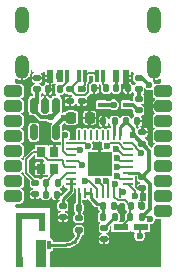
<source format=gbr>
%TF.GenerationSoftware,KiCad,Pcbnew,8.0.4-8.0.4-0~ubuntu24.04.1*%
%TF.CreationDate,2024-08-16T16:11:10+02:00*%
%TF.ProjectId,epi_ESP32 (2023_01_16 13_30_41 UTC),6570695f-4553-4503-9332-202832303233,1_1*%
%TF.SameCoordinates,Original*%
%TF.FileFunction,Copper,L1,Top*%
%TF.FilePolarity,Positive*%
%FSLAX46Y46*%
G04 Gerber Fmt 4.6, Leading zero omitted, Abs format (unit mm)*
G04 Created by KiCad (PCBNEW 8.0.4-8.0.4-0~ubuntu24.04.1) date 2024-08-16 16:11:10*
%MOMM*%
%LPD*%
G01*
G04 APERTURE LIST*
G04 Aperture macros list*
%AMRoundRect*
0 Rectangle with rounded corners*
0 $1 Rounding radius*
0 $2 $3 $4 $5 $6 $7 $8 $9 X,Y pos of 4 corners*
0 Add a 4 corners polygon primitive as box body*
4,1,4,$2,$3,$4,$5,$6,$7,$8,$9,$2,$3,0*
0 Add four circle primitives for the rounded corners*
1,1,$1+$1,$2,$3*
1,1,$1+$1,$4,$5*
1,1,$1+$1,$6,$7*
1,1,$1+$1,$8,$9*
0 Add four rect primitives between the rounded corners*
20,1,$1+$1,$2,$3,$4,$5,0*
20,1,$1+$1,$4,$5,$6,$7,0*
20,1,$1+$1,$6,$7,$8,$9,0*
20,1,$1+$1,$8,$9,$2,$3,0*%
G04 Aperture macros list end*
%TA.AperFunction,SMDPad,CuDef*%
%ADD10RoundRect,0.062500X0.062500X-0.375000X0.062500X0.375000X-0.062500X0.375000X-0.062500X-0.375000X0*%
%TD*%
%TA.AperFunction,SMDPad,CuDef*%
%ADD11RoundRect,0.062500X0.375000X-0.062500X0.375000X0.062500X-0.375000X0.062500X-0.375000X-0.062500X0*%
%TD*%
%TA.AperFunction,SMDPad,CuDef*%
%ADD12R,2.000000X2.000000*%
%TD*%
%TA.AperFunction,SMDPad,CuDef*%
%ADD13RoundRect,0.140000X-0.170000X0.140000X-0.170000X-0.140000X0.170000X-0.140000X0.170000X0.140000X0*%
%TD*%
%TA.AperFunction,ComponentPad*%
%ADD14RoundRect,0.250000X-0.500000X-0.250000X0.500000X-0.250000X0.500000X0.250000X-0.500000X0.250000X0*%
%TD*%
%TA.AperFunction,SMDPad,CuDef*%
%ADD15RoundRect,0.135000X0.185000X-0.135000X0.185000X0.135000X-0.185000X0.135000X-0.185000X-0.135000X0*%
%TD*%
%TA.AperFunction,SMDPad,CuDef*%
%ADD16RoundRect,0.135000X0.135000X0.185000X-0.135000X0.185000X-0.135000X-0.185000X0.135000X-0.185000X0*%
%TD*%
%TA.AperFunction,SMDPad,CuDef*%
%ADD17R,0.800000X0.900000*%
%TD*%
%TA.AperFunction,SMDPad,CuDef*%
%ADD18RoundRect,0.140000X0.140000X0.170000X-0.140000X0.170000X-0.140000X-0.170000X0.140000X-0.170000X0*%
%TD*%
%TA.AperFunction,SMDPad,CuDef*%
%ADD19RoundRect,0.140000X0.170000X-0.140000X0.170000X0.140000X-0.170000X0.140000X-0.170000X-0.140000X0*%
%TD*%
%TA.AperFunction,SMDPad,CuDef*%
%ADD20R,1.300000X0.550000*%
%TD*%
%TA.AperFunction,SMDPad,CuDef*%
%ADD21RoundRect,0.135000X-0.135000X-0.185000X0.135000X-0.185000X0.135000X0.185000X-0.135000X0.185000X0*%
%TD*%
%TA.AperFunction,SMDPad,CuDef*%
%ADD22RoundRect,0.135000X-0.185000X0.135000X-0.185000X-0.135000X0.185000X-0.135000X0.185000X0.135000X0*%
%TD*%
%TA.AperFunction,SMDPad,CuDef*%
%ADD23RoundRect,0.225000X0.225000X0.250000X-0.225000X0.250000X-0.225000X-0.250000X0.225000X-0.250000X0*%
%TD*%
%TA.AperFunction,SMDPad,CuDef*%
%ADD24R,0.615500X1.000000*%
%TD*%
%TA.AperFunction,SMDPad,CuDef*%
%ADD25R,0.307750X1.000000*%
%TD*%
%TA.AperFunction,SMDPad,CuDef*%
%ADD26R,0.307750X0.500000*%
%TD*%
%TA.AperFunction,SMDPad,CuDef*%
%ADD27R,0.307750X1.000860*%
%TD*%
%TA.AperFunction,SMDPad,CuDef*%
%ADD28R,0.607750X0.300000*%
%TD*%
%TA.AperFunction,ComponentPad*%
%ADD29O,1.200000X2.000000*%
%TD*%
%TA.AperFunction,ComponentPad*%
%ADD30O,1.200000X2.300000*%
%TD*%
%TA.AperFunction,SMDPad,CuDef*%
%ADD31RoundRect,0.147500X0.147500X0.172500X-0.147500X0.172500X-0.147500X-0.172500X0.147500X-0.172500X0*%
%TD*%
%TA.AperFunction,SMDPad,CuDef*%
%ADD32RoundRect,0.147500X-0.172500X0.147500X-0.172500X-0.147500X0.172500X-0.147500X0.172500X0.147500X0*%
%TD*%
%TA.AperFunction,SMDPad,CuDef*%
%ADD33RoundRect,0.150000X-0.150000X0.512500X-0.150000X-0.512500X0.150000X-0.512500X0.150000X0.512500X0*%
%TD*%
%TA.AperFunction,SMDPad,CuDef*%
%ADD34R,0.600000X0.450000*%
%TD*%
%TA.AperFunction,SMDPad,CuDef*%
%ADD35R,0.400000X0.800000*%
%TD*%
%TA.AperFunction,ViaPad*%
%ADD36C,0.600000*%
%TD*%
%TA.AperFunction,Conductor*%
%ADD37C,0.350000*%
%TD*%
%TA.AperFunction,Conductor*%
%ADD38C,0.250000*%
%TD*%
%TA.AperFunction,Conductor*%
%ADD39C,0.130000*%
%TD*%
%TA.AperFunction,Conductor*%
%ADD40C,0.200000*%
%TD*%
%TA.AperFunction,Conductor*%
%ADD41C,0.243000*%
%TD*%
%TA.AperFunction,Conductor*%
%ADD42C,0.150000*%
%TD*%
G04 APERTURE END LIST*
%TA.AperFunction,EtchedComponent*%
%TO.C,AE1*%
G36*
X98620036Y-71200000D02*
G01*
X98120036Y-71200000D01*
X98120036Y-67500000D01*
X98620036Y-67500000D01*
X98620036Y-71200000D01*
G37*
%TD.AperFunction*%
%TA.AperFunction,EtchedComponent*%
G36*
X98770036Y-72000000D02*
G01*
X98120036Y-72000000D01*
X98120036Y-71200000D01*
X98770036Y-71200000D01*
X98770036Y-72000000D01*
G37*
%TD.AperFunction*%
%TA.AperFunction,EtchedComponent*%
G36*
X100120036Y-69000000D02*
G01*
X100620036Y-69000000D01*
X100620036Y-68000000D01*
X100120036Y-68000000D01*
X100120036Y-69000000D01*
G37*
%TD.AperFunction*%
%TA.AperFunction,EtchedComponent*%
G36*
X100620036Y-68000000D02*
G01*
X98620036Y-68000000D01*
X98620036Y-67500000D01*
X100620036Y-67500000D01*
X100620036Y-68000000D01*
G37*
%TD.AperFunction*%
%TA.AperFunction,EtchedComponent*%
G36*
X100720036Y-72000000D02*
G01*
X99870036Y-72000000D01*
X99870036Y-69770000D01*
X100720036Y-69770000D01*
X100720036Y-72000000D01*
G37*
%TD.AperFunction*%
%TD*%
D10*
%TO.P,U1,1,LNA_IN*%
%TO.N,Net-(U1-LNA_IN)*%
X103470036Y-65737500D03*
%TO.P,U1,2,VDD3P3*%
%TO.N,Net-(C5-Pad2)*%
X103970036Y-65737500D03*
%TO.P,U1,3,VDD3P3*%
X104470036Y-65737500D03*
%TO.P,U1,4,XTAL_32K_P/ADC1_CH0*%
%TO.N,IO0*%
X104970036Y-65737500D03*
%TO.P,U1,5,XTAL_32K_N/ADC1_CH1*%
%TO.N,IO1*%
X105470036Y-65737500D03*
%TO.P,U1,6,GPIO2/ADC1_CH2*%
%TO.N,IO2*%
X105970036Y-65737500D03*
%TO.P,U1,7,CHIP_EN*%
%TO.N,EN*%
X106470036Y-65737500D03*
%TO.P,U1,8,GPIO3/ADC1_CH3*%
%TO.N,IO3*%
X106970036Y-65737500D03*
D11*
%TO.P,U1,9,MTMS/GPIO4/ADC1_CH4*%
%TO.N,IO4*%
X107657536Y-65050000D03*
%TO.P,U1,10,MTDI/GPIO5/ADC2_CH0*%
%TO.N,IO5*%
X107657536Y-64550000D03*
%TO.P,U1,11,VDD3P3_RTC*%
%TO.N,+3.3V*%
X107657536Y-64050000D03*
%TO.P,U1,12,MTCK/GPIO6*%
%TO.N,IO6*%
X107657536Y-63550000D03*
%TO.P,U1,13,MTDO/GPIO7*%
%TO.N,IO7*%
X107657536Y-63050000D03*
%TO.P,U1,14,GPIO8*%
%TO.N,IO8*%
X107657536Y-62550000D03*
%TO.P,U1,15,GPIO9/BOOT*%
%TO.N,BOOT*%
X107657536Y-62050000D03*
%TO.P,U1,16,GPIO10*%
%TO.N,IO10*%
X107657536Y-61550000D03*
D10*
%TO.P,U1,17,VDD3P3_CPU*%
%TO.N,+3.3V*%
X106970036Y-60862500D03*
%TO.P,U1,18,VDD_SPI/GPIO11*%
%TO.N,Net-(U1-VDD_SPI{slash}GPIO11)*%
X106470036Y-60862500D03*
%TO.P,U1,19,SPIHD/GPIO12*%
%TO.N,unconnected-(U1-SPIHD{slash}GPIO12-Pad19)*%
X105970036Y-60862500D03*
%TO.P,U1,20,SPIWP/GPIO13*%
%TO.N,unconnected-(U1-SPIWP{slash}GPIO13-Pad20)*%
X105470036Y-60862500D03*
%TO.P,U1,21,SPICS0/GPIO14*%
%TO.N,unconnected-(U1-SPICS0{slash}GPIO14-Pad21)*%
X104970036Y-60862500D03*
%TO.P,U1,22,SPICLK/GPIO15*%
%TO.N,unconnected-(U1-SPICLK{slash}GPIO15-Pad22)*%
X104470036Y-60862500D03*
%TO.P,U1,23,SPID/GPIO16*%
%TO.N,unconnected-(U1-SPID{slash}GPIO16-Pad23)*%
X103970036Y-60862500D03*
%TO.P,U1,24,SPIQ/GPIO17*%
%TO.N,unconnected-(U1-SPIQ{slash}GPIO17-Pad24)*%
X103470036Y-60862500D03*
D11*
%TO.P,U1,25,GPIO18/USB_D-*%
%TO.N,D-*%
X102782536Y-61550000D03*
%TO.P,U1,26,GPIO19/USB_D+*%
%TO.N,D+*%
X102782536Y-62050000D03*
%TO.P,U1,27,U0RXD/GPIO20*%
%TO.N,U0RXD*%
X102782536Y-62550000D03*
%TO.P,U1,28,U0TXD/GPIO21*%
%TO.N,U0TXD*%
X102782536Y-63050000D03*
%TO.P,U1,29,XTAL_N*%
%TO.N,Net-(U1-XTAL_N)*%
X102782536Y-63550000D03*
%TO.P,U1,30,XTAL_P*%
%TO.N,Net-(U1-XTAL_P)*%
X102782536Y-64050000D03*
%TO.P,U1,31,VDDA*%
%TO.N,+3.3V*%
X102782536Y-64550000D03*
%TO.P,U1,32,VDDA*%
X102782536Y-65050000D03*
D12*
%TO.P,U1,33,GND*%
%TO.N,GND*%
X105220036Y-63300000D03*
%TD*%
D13*
%TO.P,C13,1*%
%TO.N,GND*%
X108850000Y-60620000D03*
%TO.P,C13,2*%
%TO.N,+3.3V*%
X108850000Y-61580000D03*
%TD*%
D14*
%TO.P,J2,1,Pin_1*%
%TO.N,+3.3V*%
X110600000Y-57150000D03*
%TO.P,J2,2,Pin_2*%
%TO.N,GND*%
X110600000Y-58420000D03*
%TO.P,J2,3,Pin_3*%
%TO.N,VCC*%
X110600000Y-59690000D03*
%TO.P,J2,4,Pin_4*%
%TO.N,EN*%
X110600000Y-60960000D03*
%TO.P,J2,5,Pin_5*%
%TO.N,BOOT*%
X110600000Y-62230000D03*
%TO.P,J2,6,Pin_6*%
%TO.N,IO10*%
X110600000Y-63500000D03*
%TO.P,J2,7,Pin_7*%
%TO.N,IO8*%
X110600000Y-64770000D03*
%TO.P,J2,8,Pin_8*%
%TO.N,IO7*%
X110600000Y-66040000D03*
%TO.P,J2,9,Pin_9*%
%TO.N,IO6*%
X110600000Y-67310000D03*
%TD*%
D15*
%TO.P,RV2,1*%
%TO.N,GND*%
X102700000Y-58010000D03*
%TO.P,RV2,2*%
%TO.N,D+*%
X102700000Y-56990000D03*
%TD*%
D16*
%TO.P,R5,1*%
%TO.N,Net-(J3-CC1)*%
X105780036Y-56900000D03*
%TO.P,R5,2*%
%TO.N,GND*%
X104760036Y-56900000D03*
%TD*%
D17*
%TO.P,Y1,1,1*%
%TO.N,Net-(C4-Pad2)*%
X101400000Y-63700000D03*
%TO.P,Y1,2,2*%
%TO.N,GND*%
X101400000Y-62300000D03*
%TO.P,Y1,3,3*%
%TO.N,Net-(U1-XTAL_N)*%
X100300000Y-62300000D03*
%TO.P,Y1,4,4*%
%TO.N,GND*%
X100300000Y-63700000D03*
%TD*%
D18*
%TO.P,C2,1*%
%TO.N,GND*%
X108380000Y-59700000D03*
%TO.P,C2,2*%
%TO.N,+3.3V*%
X107420000Y-59700000D03*
%TD*%
D19*
%TO.P,C7,1*%
%TO.N,GND*%
X108850000Y-65380000D03*
%TO.P,C7,2*%
%TO.N,+3.3V*%
X108850000Y-64420000D03*
%TD*%
D20*
%TO.P,SW2,1,A*%
%TO.N,EN*%
X107000000Y-68675000D03*
%TO.P,SW2,3,B*%
%TO.N,GND*%
X107000000Y-71325000D03*
%TD*%
D21*
%TO.P,R2,1*%
%TO.N,Net-(C4-Pad2)*%
X100640000Y-64900000D03*
%TO.P,R2,2*%
%TO.N,Net-(U1-XTAL_P)*%
X101660000Y-64900000D03*
%TD*%
%TO.P,RV1,1*%
%TO.N,+5V*%
X106610036Y-56900000D03*
%TO.P,RV1,2*%
%TO.N,GND*%
X107630036Y-56900000D03*
%TD*%
D18*
%TO.P,C4,1*%
%TO.N,GND*%
X101605000Y-65900000D03*
%TO.P,C4,2*%
%TO.N,Net-(C4-Pad2)*%
X100645000Y-65900000D03*
%TD*%
D22*
%TO.P,L1,1*%
%TO.N,Net-(U1-LNA_IN)*%
X103470036Y-67890000D03*
%TO.P,L1,2*%
%TO.N,Net-(AE1-A)*%
X103470036Y-68910000D03*
%TD*%
D19*
%TO.P,C1,1*%
%TO.N,GND*%
X102100000Y-67830000D03*
%TO.P,C1,2*%
%TO.N,+3.3V*%
X102100000Y-66870000D03*
%TD*%
D18*
%TO.P,C11,1*%
%TO.N,GND*%
X108800036Y-66875000D03*
%TO.P,C11,2*%
%TO.N,EN*%
X107840036Y-66875000D03*
%TD*%
D20*
%TO.P,SW1,1,A*%
%TO.N,BOOT*%
X108700000Y-68675000D03*
%TO.P,SW1,3,B*%
%TO.N,GND*%
X108700000Y-71325000D03*
%TD*%
D23*
%TO.P,C10,1*%
%TO.N,GND*%
X104375000Y-59400000D03*
%TO.P,C10,2*%
%TO.N,+3.3V*%
X102825000Y-59400000D03*
%TD*%
D24*
%TO.P,J3,A1,GND*%
%TO.N,GND*%
X107440000Y-55855000D03*
X101040000Y-55855000D03*
%TO.P,J3,A4,VBUS*%
%TO.N,+5V*%
X106640000Y-55855000D03*
D25*
%TO.P,J3,A5,CC1*%
%TO.N,Net-(J3-CC1)*%
X105490923Y-55855000D03*
D26*
%TO.P,J3,A6,D+*%
%TO.N,D+*%
X104489970Y-56105000D03*
D27*
%TO.P,J3,A7,D-*%
%TO.N,D-*%
X103991169Y-55855430D03*
D24*
%TO.P,J3,A9,VBUS*%
%TO.N,+5V*%
X101840000Y-55860000D03*
D25*
%TO.P,J3,B5,CC2*%
%TO.N,Net-(J3-CC2)*%
X102487811Y-55860000D03*
%TO.P,J3,B6,D+*%
%TO.N,D+*%
X103490692Y-55855860D03*
%TO.P,J3,B7,D-*%
%TO.N,D-*%
X104990447Y-55855000D03*
D28*
%TO.P,J3,B12,GND*%
%TO.N,GND*%
X107440000Y-56255000D03*
X101040000Y-56255000D03*
D29*
%TO.P,J3,S1,SHIELD*%
X109840000Y-55105000D03*
D30*
X109840000Y-51105000D03*
D29*
X98640000Y-55105000D03*
D30*
X98640000Y-51105000D03*
%TD*%
D16*
%TO.P,R4,1*%
%TO.N,Net-(J3-CC2)*%
X101830036Y-57000000D03*
%TO.P,R4,2*%
%TO.N,GND*%
X100810036Y-57000000D03*
%TD*%
D19*
%TO.P,C3,1*%
%TO.N,GND*%
X99750000Y-65880000D03*
%TO.P,C3,2*%
%TO.N,Net-(U1-XTAL_N)*%
X99750000Y-64920000D03*
%TD*%
%TO.P,C8,1*%
%TO.N,GND*%
X105600000Y-69680000D03*
%TO.P,C8,2*%
%TO.N,+3.3V*%
X105600000Y-68720000D03*
%TD*%
D31*
%TO.P,FB2,1*%
%TO.N,+3.3V*%
X106485000Y-67800000D03*
%TO.P,FB2,2*%
%TO.N,Net-(C5-Pad2)*%
X105515000Y-67800000D03*
%TD*%
D16*
%TO.P,R6,1*%
%TO.N,+3.3V*%
X108830036Y-67800000D03*
%TO.P,R6,2*%
%TO.N,EN*%
X107810036Y-67800000D03*
%TD*%
D18*
%TO.P,C6,1*%
%TO.N,GND*%
X104430036Y-67000000D03*
%TO.P,C6,2*%
%TO.N,Net-(U1-LNA_IN)*%
X103470036Y-67000000D03*
%TD*%
D32*
%TO.P,F1,1*%
%TO.N,Net-(F1-Pad1)*%
X108520036Y-57815000D03*
%TO.P,F1,2*%
%TO.N,Net-(D1-A)*%
X108520036Y-58785000D03*
%TD*%
D33*
%TO.P,U2,1,IN*%
%TO.N,VCC*%
X101550000Y-58362500D03*
%TO.P,U2,2,GND*%
%TO.N,GND*%
X100600000Y-58362500D03*
%TO.P,U2,3,EN*%
%TO.N,VCC*%
X99650000Y-58362500D03*
%TO.P,U2,4,NC*%
%TO.N,unconnected-(U2-NC-Pad4)*%
X99650000Y-60637500D03*
%TO.P,U2,5,OUT*%
%TO.N,+3.3V*%
X101550000Y-60637500D03*
%TD*%
D32*
%TO.P,FB1,1*%
%TO.N,+5V*%
X108520036Y-56003500D03*
%TO.P,FB1,2*%
%TO.N,Net-(F1-Pad1)*%
X108520036Y-56973500D03*
%TD*%
D34*
%TO.P,D1,1,K*%
%TO.N,VCC*%
X105370036Y-58297500D03*
%TO.P,D1,2,A*%
%TO.N,Net-(D1-A)*%
X107470036Y-58297500D03*
%TD*%
D15*
%TO.P,RV3,1*%
%TO.N,GND*%
X103700000Y-58010000D03*
%TO.P,RV3,2*%
%TO.N,D-*%
X103700000Y-56990000D03*
%TD*%
D18*
%TO.P,C5,1*%
%TO.N,GND*%
X106480000Y-66875000D03*
%TO.P,C5,2*%
%TO.N,Net-(C5-Pad2)*%
X105520000Y-66875000D03*
%TD*%
D35*
%TO.P,AE1,1,A*%
%TO.N,Net-(AE1-A)*%
X100920036Y-70170000D03*
%TD*%
D13*
%TO.P,C9,1*%
%TO.N,GND*%
X99900000Y-56040000D03*
%TO.P,C9,2*%
%TO.N,VCC*%
X99900000Y-57000000D03*
%TD*%
D18*
%TO.P,C12,1*%
%TO.N,Net-(U1-VDD_SPI{slash}GPIO11)*%
X106500000Y-59700000D03*
%TO.P,C12,2*%
%TO.N,GND*%
X105540000Y-59700000D03*
%TD*%
D14*
%TO.P,J1,1,Pin_1*%
%TO.N,U0TXD*%
X97892518Y-57150000D03*
%TO.P,J1,2,Pin_2*%
%TO.N,U0RXD*%
X97892518Y-58420000D03*
%TO.P,J1,3,Pin_3*%
%TO.N,IO0*%
X97892518Y-59690000D03*
%TO.P,J1,4,Pin_4*%
%TO.N,IO1*%
X97892518Y-60960000D03*
%TO.P,J1,5,Pin_5*%
%TO.N,IO2*%
X97892518Y-62230000D03*
%TO.P,J1,6,Pin_6*%
%TO.N,IO3*%
X97892518Y-63500000D03*
%TO.P,J1,7,Pin_7*%
%TO.N,IO4*%
X97892518Y-64770000D03*
%TO.P,J1,8,Pin_8*%
%TO.N,IO5*%
X97892518Y-66040000D03*
%TD*%
D36*
%TO.N,+5V*%
X109420036Y-56600000D03*
X106640000Y-55855000D03*
X101820036Y-55900000D03*
%TO.N,GND*%
X103440381Y-70363842D03*
X102606894Y-70731472D03*
X105500000Y-58999500D03*
X106099964Y-71700000D03*
X104520000Y-71700000D03*
X105920036Y-62600000D03*
X105220036Y-64000000D03*
X104520036Y-63300000D03*
X105220036Y-63300000D03*
X99514500Y-63585500D03*
X104234079Y-67300000D03*
X104520036Y-64000000D03*
X105220036Y-62600000D03*
X103720000Y-71700000D03*
X98975000Y-66700000D03*
X101320036Y-68300000D03*
X110100000Y-71700000D03*
X102758538Y-67339912D03*
X102120000Y-71700000D03*
X104520000Y-70600000D03*
X101700000Y-70741000D03*
X105320000Y-71700000D03*
X103957788Y-69623730D03*
X104234079Y-68104690D03*
X102776573Y-68313282D03*
X108499964Y-71700000D03*
X107420036Y-56500000D03*
X99756678Y-66700000D03*
X104239536Y-68900000D03*
X102000000Y-69599000D03*
X105920036Y-64000000D03*
X100700000Y-61400498D03*
X109299964Y-71700000D03*
X101320000Y-71700000D03*
X102820036Y-66500000D03*
X106899964Y-71700000D03*
X105920036Y-63300000D03*
X107699964Y-71700000D03*
X101320036Y-66710000D03*
X108748711Y-66823675D03*
X100538356Y-66700000D03*
X99100000Y-56500000D03*
X101320036Y-67500000D03*
X102700000Y-69100000D03*
X104520036Y-62600000D03*
X106920036Y-67000000D03*
X102920000Y-71700000D03*
X101320036Y-69100000D03*
%TO.N,+3.3V*%
X102209401Y-59390599D03*
X102100000Y-66870000D03*
X105600000Y-68720000D03*
X109473625Y-67967313D03*
X108070602Y-60868479D03*
%TO.N,IO0*%
X104000000Y-64731900D03*
%TO.N,IO1*%
X105051930Y-64749316D03*
%TO.N,IO2*%
X105801015Y-64750101D03*
%TO.N,IO3*%
X107220036Y-65666775D03*
%TO.N,D+*%
X102720036Y-57000000D03*
X103569842Y-62138692D03*
%TO.N,D-*%
X104232169Y-61787867D03*
X103620036Y-57000000D03*
%TO.N,IO4*%
X108223832Y-66040684D03*
%TO.N,IO8*%
X106607280Y-62061133D03*
%TO.N,IO5*%
X106694275Y-64312553D03*
%TO.N,EN*%
X106501815Y-65036924D03*
%TO.N,BOOT*%
X105851172Y-61779520D03*
X108600000Y-69400000D03*
%TO.N,U0TXD*%
X103700000Y-63400000D03*
%TO.N,U0RXD*%
X102299500Y-60900000D03*
%TO.N,IO7*%
X106669536Y-62808045D03*
%TO.N,IO6*%
X106669536Y-63557548D03*
%TO.N,VCC*%
X106400000Y-58300000D03*
X101083055Y-59373473D03*
%TO.N,IO10*%
X108713916Y-62357764D03*
%TD*%
D37*
%TO.N,+5V*%
X108823536Y-56003500D02*
X108520036Y-56003500D01*
D38*
X106640000Y-56770036D02*
X106640000Y-55855000D01*
X101840000Y-55880036D02*
X101820036Y-55900000D01*
D37*
X109420036Y-56600000D02*
X108823536Y-56003500D01*
D38*
X106510036Y-56900000D02*
X106640000Y-56770036D01*
X101840000Y-55860000D02*
X101840000Y-55880036D01*
D39*
%TO.N,GND*%
X100285500Y-63585500D02*
X100300000Y-63600000D01*
X99514500Y-63585500D02*
X100285500Y-63585500D01*
X101400000Y-62100498D02*
X101400000Y-62200000D01*
X101040000Y-56255000D02*
X101040000Y-56770036D01*
X101040000Y-56770036D02*
X100810036Y-57000000D01*
D37*
X109565036Y-58420000D02*
X110075036Y-58420000D01*
D38*
%TO.N,+3.3V*%
X108480000Y-64050000D02*
X107657536Y-64050000D01*
D37*
X109425000Y-63845000D02*
X109425000Y-62184964D01*
D38*
X105600000Y-68685000D02*
X106485000Y-67800000D01*
D39*
X109473625Y-67967313D02*
X109306312Y-67800000D01*
D38*
X102100000Y-66870000D02*
X102100000Y-66300000D01*
X108070602Y-60868479D02*
X108070602Y-60350602D01*
X105600000Y-68720000D02*
X105600000Y-68685000D01*
D37*
X109485000Y-67161526D02*
X109485000Y-65043510D01*
D38*
X102100000Y-66300000D02*
X102782536Y-65617464D01*
D37*
X108830036Y-67800000D02*
X108846526Y-67800000D01*
X108846526Y-67800000D02*
X109485000Y-67161526D01*
X109485000Y-65043510D02*
X108861490Y-64420000D01*
D38*
X102782536Y-65617464D02*
X102782536Y-65050000D01*
D37*
X108861490Y-64420000D02*
X108850000Y-64420000D01*
D38*
X106970036Y-60149964D02*
X106970036Y-60862500D01*
X108850000Y-64420000D02*
X108480000Y-64050000D01*
D37*
X109425000Y-62184964D02*
X108102536Y-60862500D01*
D39*
X109306312Y-67800000D02*
X108830036Y-67800000D01*
D38*
X108070602Y-60350602D02*
X107420000Y-59700000D01*
X108076581Y-60862500D02*
X108102536Y-60862500D01*
X101550000Y-60637500D02*
X101550000Y-60050000D01*
D37*
X101550000Y-60050000D02*
X102209401Y-59390599D01*
D38*
X108070602Y-60868479D02*
X108076581Y-60862500D01*
D37*
X108850000Y-64420000D02*
X109425000Y-63845000D01*
D38*
X107420000Y-59700000D02*
X106970036Y-60149964D01*
D37*
X108850000Y-64420000D02*
X108827645Y-64420000D01*
D38*
X102782536Y-65050000D02*
X102782536Y-64550000D01*
D39*
%TO.N,IO0*%
X104306900Y-64731900D02*
X104970036Y-65395036D01*
X104000000Y-64731900D02*
X104306900Y-64731900D01*
X104970036Y-65395036D02*
X104970036Y-65737500D01*
%TO.N,IO1*%
X105051930Y-64749316D02*
X105470036Y-65167422D01*
X105470036Y-65167422D02*
X105470036Y-65737500D01*
%TO.N,IO2*%
X105955190Y-64904276D02*
X105955190Y-65722654D01*
X105955190Y-65722654D02*
X105970036Y-65737500D01*
X105801015Y-64750101D02*
X105955190Y-64904276D01*
%TO.N,IO3*%
X107149311Y-65737500D02*
X106970036Y-65737500D01*
X107220036Y-65666775D02*
X107149311Y-65737500D01*
%TO.N,D+*%
X104489970Y-56335030D02*
X104275036Y-56549964D01*
X104275036Y-56549964D02*
X104275036Y-57229939D01*
X103490692Y-56229344D02*
X102720036Y-57000000D01*
X104275036Y-57229939D02*
X103989975Y-57515000D01*
X103235036Y-57515000D02*
X102720036Y-57000000D01*
X103989975Y-57515000D02*
X103235036Y-57515000D01*
X103490692Y-55855860D02*
X103490692Y-56229344D01*
X104489970Y-56105000D02*
X104489970Y-56335030D01*
D40*
X103569842Y-62138692D02*
X103481150Y-62050000D01*
D38*
X102720036Y-57000000D02*
X102720036Y-57009828D01*
D40*
X103481150Y-62050000D02*
X102782536Y-62050000D01*
D39*
%TO.N,D-*%
X103991169Y-55855430D02*
X104226599Y-55620000D01*
X104755447Y-55620000D02*
X104990447Y-55855000D01*
X103991169Y-56618867D02*
X103991169Y-55855430D01*
D40*
X104232169Y-61787867D02*
X103994302Y-61550000D01*
D39*
X103620036Y-57000000D02*
X103991169Y-56618867D01*
D40*
X103994302Y-61550000D02*
X102782536Y-61550000D01*
D39*
X104226599Y-55620000D02*
X104755447Y-55620000D01*
%TO.N,IO4*%
X108223832Y-65616296D02*
X108223832Y-66040684D01*
X107657536Y-65050000D02*
X108223832Y-65616296D01*
%TO.N,IO8*%
X106711133Y-62061133D02*
X107200000Y-62550000D01*
X107200000Y-62550000D02*
X107657536Y-62550000D01*
X106607280Y-62061133D02*
X106711133Y-62061133D01*
%TO.N,IO5*%
X106931722Y-64550000D02*
X107657536Y-64550000D01*
X106694275Y-64312553D02*
X106931722Y-64550000D01*
%TO.N,EN*%
X106802592Y-66400000D02*
X107340036Y-66400000D01*
X106501815Y-65036924D02*
X106470036Y-65068703D01*
X107340036Y-66400000D02*
X107810036Y-66870000D01*
X106470036Y-66067444D02*
X106802592Y-66400000D01*
X106470036Y-65068703D02*
X106470036Y-65737500D01*
X106470036Y-65737500D02*
X106470036Y-66067444D01*
X107810036Y-67900000D02*
X107120036Y-68590000D01*
X107120036Y-68590000D02*
X107120036Y-68675000D01*
X107810036Y-66870000D02*
X107810036Y-67900000D01*
%TO.N,BOOT*%
X107327592Y-62050000D02*
X107657536Y-62050000D01*
X106823725Y-61546133D02*
X107327592Y-62050000D01*
X105851172Y-61779520D02*
X106084559Y-61546133D01*
X108600000Y-68675000D02*
X108600000Y-69400000D01*
X106084559Y-61546133D02*
X106823725Y-61546133D01*
%TO.N,U0TXD*%
X103350000Y-63050000D02*
X102782536Y-63050000D01*
X103700000Y-63400000D02*
X103350000Y-63050000D01*
X98155792Y-56990000D02*
X98155837Y-57149927D01*
%TO.N,U0RXD*%
X102299500Y-60900000D02*
X102130036Y-61069464D01*
X102130036Y-61069464D02*
X102130036Y-62227444D01*
X102452592Y-62550000D02*
X102782536Y-62550000D01*
X102130036Y-62227444D02*
X102452592Y-62550000D01*
%TO.N,IO7*%
X106911491Y-63050000D02*
X107657536Y-63050000D01*
X106669536Y-62808045D02*
X106911491Y-63050000D01*
%TO.N,IO6*%
X106669536Y-63557548D02*
X106677084Y-63550000D01*
X106677084Y-63550000D02*
X107657536Y-63550000D01*
%TO.N,Net-(U1-XTAL_N)*%
X100300000Y-62300000D02*
X100300000Y-62480000D01*
X100300000Y-62480000D02*
X100820000Y-63000000D01*
X99000000Y-64070000D02*
X99000000Y-62900000D01*
X99000000Y-62900000D02*
X99600000Y-62300000D01*
X99600000Y-62300000D02*
X100300000Y-62300000D01*
X100415000Y-62190000D02*
X100410000Y-62190000D01*
X102100000Y-63100000D02*
X102100000Y-63348704D01*
X100820000Y-63000000D02*
X102000000Y-63000000D01*
X102000000Y-63000000D02*
X102100000Y-63100000D01*
X102301296Y-63550000D02*
X102782536Y-63550000D01*
X102100000Y-63348704D02*
X102301296Y-63550000D01*
X99750000Y-64820000D02*
X99000000Y-64070000D01*
D41*
%TO.N,Net-(U1-LNA_IN)*%
X103470036Y-66900000D02*
X103470036Y-67790000D01*
X103470036Y-66900000D02*
X103470036Y-65737500D01*
D37*
%TO.N,VCC*%
X101156528Y-59300000D02*
X101550000Y-58906528D01*
X100996751Y-59300000D02*
X101156528Y-59300000D01*
X100253249Y-59350000D02*
X100946751Y-59350000D01*
D38*
X99650000Y-58362500D02*
X99650000Y-58676041D01*
D37*
X100946751Y-59350000D02*
X100996751Y-59300000D01*
X101550000Y-58906528D02*
X101550000Y-58676041D01*
D38*
X101550000Y-58676041D02*
X101550000Y-58362500D01*
D37*
X99650000Y-58676041D02*
X99650000Y-58746751D01*
X105370036Y-58297500D02*
X106397500Y-58297500D01*
X99900000Y-58112500D02*
X99650000Y-58362500D01*
X99900000Y-57080000D02*
X99900000Y-58112500D01*
X106397500Y-58297500D02*
X106400000Y-58300000D01*
X99650000Y-58746751D02*
X100253249Y-59350000D01*
D38*
%TO.N,Net-(U1-VDD_SPI{slash}GPIO11)*%
X106470036Y-59729964D02*
X106470036Y-60862500D01*
X106500000Y-59700000D02*
X106470036Y-59729964D01*
D37*
%TO.N,Net-(D1-A)*%
X108501820Y-58785000D02*
X108520036Y-58785000D01*
X108014320Y-58297500D02*
X108501820Y-58785000D01*
X107470036Y-58297500D02*
X108014320Y-58297500D01*
D39*
%TO.N,Net-(J3-CC1)*%
X105630036Y-56900000D02*
X105630036Y-56662074D01*
X105490923Y-56522961D02*
X105490923Y-55855000D01*
X105630036Y-56662074D02*
X105490923Y-56522961D01*
%TO.N,Net-(J3-CC2)*%
X102487811Y-56332225D02*
X101930036Y-56890000D01*
X102487811Y-55860000D02*
X102487811Y-56332225D01*
X101930036Y-56890000D02*
X101820036Y-56890000D01*
%TO.N,Net-(U1-XTAL_P)*%
X101660000Y-64841296D02*
X102451296Y-64050000D01*
X101660000Y-64875000D02*
X101660000Y-64841296D01*
X102451296Y-64050000D02*
X102782536Y-64050000D01*
%TO.N,Net-(C4-Pad2)*%
X100640000Y-64875000D02*
X101400000Y-64115000D01*
X101400000Y-64115000D02*
X101400000Y-63600000D01*
X100645000Y-65800000D02*
X100645000Y-64880000D01*
X100645000Y-64880000D02*
X100640000Y-64875000D01*
D37*
%TO.N,Net-(F1-Pad1)*%
X108520036Y-57815000D02*
X108520036Y-56973500D01*
D41*
%TO.N,Net-(AE1-A)*%
X103177143Y-69822857D02*
X103122893Y-69877107D01*
X103470036Y-68810000D02*
X103470036Y-69115750D01*
X102415786Y-70170000D02*
X101141536Y-70170000D01*
X102415786Y-70170000D02*
G75*
G03*
X103122900Y-69877114I14J1000000D01*
G01*
X103470036Y-69115750D02*
G75*
G02*
X103177175Y-69822889I-1000036J-50D01*
G01*
D38*
%TO.N,Net-(C5-Pad2)*%
X105338065Y-66693065D02*
X105020000Y-66693065D01*
X105515000Y-66870000D02*
X105338065Y-66693065D01*
X105020000Y-66693065D02*
X104741935Y-66415000D01*
X104723064Y-66415000D02*
X104470036Y-66161972D01*
X103970036Y-65737500D02*
X104470036Y-65737500D01*
X104741935Y-66415000D02*
X104723064Y-66415000D01*
X105515000Y-67800000D02*
X105515000Y-66870000D01*
X104470036Y-66161972D02*
X104470036Y-65737500D01*
D42*
%TO.N,IO10*%
X108713916Y-62357764D02*
X108320036Y-61963884D01*
X108320036Y-61866680D02*
X108003356Y-61550000D01*
X108320036Y-61963884D02*
X108320036Y-61866680D01*
X108003356Y-61550000D02*
X107657536Y-61550000D01*
%TD*%
%TA.AperFunction,Conductor*%
%TO.N,GND*%
G36*
X109800000Y-71999500D02*
G01*
X105700000Y-71999500D01*
X105700000Y-70700000D01*
X109800000Y-70700000D01*
X109800000Y-71999500D01*
G37*
%TD.AperFunction*%
%TD*%
%TA.AperFunction,Conductor*%
%TO.N,GND*%
G36*
X104232628Y-66311947D02*
G01*
X104233483Y-66313546D01*
X104236477Y-66318027D01*
X104236479Y-66318030D01*
X104567006Y-66648558D01*
X104587460Y-66657030D01*
X104608222Y-66670903D01*
X104863941Y-66926622D01*
X104893599Y-66938906D01*
X104950000Y-66962268D01*
X104950000Y-67550000D01*
X103853793Y-67550000D01*
X103850000Y-67546207D01*
X103850000Y-67340865D01*
X103853849Y-67337016D01*
X103897718Y-67237662D01*
X103900536Y-67213373D01*
X103900535Y-66786628D01*
X103897718Y-66762338D01*
X103853849Y-66662984D01*
X103850000Y-66659135D01*
X103850000Y-66318229D01*
X103886552Y-66325500D01*
X103886556Y-66325500D01*
X104053519Y-66325500D01*
X104115641Y-66313143D01*
X104115642Y-66313143D01*
X104115642Y-66313142D01*
X104115645Y-66313142D01*
X104135313Y-66300000D01*
X104214747Y-66300000D01*
X104232628Y-66311947D01*
G37*
%TD.AperFunction*%
%TD*%
%TA.AperFunction,Conductor*%
%TO.N,GND*%
G36*
X98765755Y-64033664D02*
G01*
X98784500Y-64078919D01*
X98784500Y-64112866D01*
X98817308Y-64192071D01*
X99275753Y-64650516D01*
X99294498Y-64695771D01*
X99292532Y-64710487D01*
X99289500Y-64736627D01*
X99289500Y-65103366D01*
X99289501Y-65103372D01*
X99292318Y-65127662D01*
X99336187Y-65227016D01*
X99412984Y-65303813D01*
X99512338Y-65347682D01*
X99522265Y-65348833D01*
X99565057Y-65372667D01*
X99578464Y-65419781D01*
X99554630Y-65462574D01*
X99527376Y-65475177D01*
X99474654Y-65485663D01*
X99474652Y-65485664D01*
X99385340Y-65545341D01*
X99325664Y-65634651D01*
X99325663Y-65634653D01*
X99310000Y-65713402D01*
X99310000Y-65780000D01*
X99786000Y-65780000D01*
X99831255Y-65798745D01*
X99850000Y-65844000D01*
X99850000Y-66289999D01*
X99946596Y-66289999D01*
X99946597Y-66289998D01*
X100025344Y-66274336D01*
X100025347Y-66274335D01*
X100114659Y-66214658D01*
X100132228Y-66188364D01*
X100172956Y-66161149D01*
X100220998Y-66170704D01*
X100243989Y-66198067D01*
X100261187Y-66237016D01*
X100337984Y-66313813D01*
X100437338Y-66357682D01*
X100461627Y-66360500D01*
X100828372Y-66360499D01*
X100852662Y-66357682D01*
X100952016Y-66313813D01*
X101028813Y-66237016D01*
X101072682Y-66137662D01*
X101073833Y-66127734D01*
X101097667Y-66084942D01*
X101144780Y-66071535D01*
X101187574Y-66095369D01*
X101200177Y-66122624D01*
X101210663Y-66175344D01*
X101210664Y-66175347D01*
X101270341Y-66264659D01*
X101359651Y-66324335D01*
X101359653Y-66324336D01*
X101438402Y-66339999D01*
X101505000Y-66339999D01*
X101505000Y-65864000D01*
X101523745Y-65818745D01*
X101569000Y-65800000D01*
X102014999Y-65800000D01*
X102014999Y-65703403D01*
X102014998Y-65703402D01*
X101999336Y-65624655D01*
X101999335Y-65624652D01*
X101939658Y-65535340D01*
X101854370Y-65478351D01*
X101827157Y-65437622D01*
X101836713Y-65389580D01*
X101864071Y-65366593D01*
X101959141Y-65324616D01*
X102034616Y-65249141D01*
X102077730Y-65151498D01*
X102077730Y-65151496D01*
X102078923Y-65148795D01*
X102114351Y-65114968D01*
X102163321Y-65116099D01*
X102197148Y-65151527D01*
X102200240Y-65162160D01*
X102206892Y-65195606D01*
X102206894Y-65195609D01*
X102253969Y-65266063D01*
X102253972Y-65266066D01*
X102274826Y-65280000D01*
X102324427Y-65313142D01*
X102324428Y-65313142D01*
X102324430Y-65313143D01*
X102386552Y-65325500D01*
X102386556Y-65325500D01*
X102443036Y-65325500D01*
X102488291Y-65344245D01*
X102507036Y-65389500D01*
X102507036Y-65476838D01*
X102488290Y-65522093D01*
X102227630Y-65782755D01*
X102029130Y-65981255D01*
X101983875Y-66000000D01*
X101705000Y-66000000D01*
X101705000Y-66339999D01*
X101760500Y-66339999D01*
X101805755Y-66358744D01*
X101824500Y-66403999D01*
X101824500Y-66417322D01*
X101805755Y-66462577D01*
X101786353Y-66475868D01*
X101762986Y-66486186D01*
X101762984Y-66486187D01*
X101686187Y-66562984D01*
X101642318Y-66662338D01*
X101639500Y-66686627D01*
X101639500Y-67053366D01*
X101639501Y-67053372D01*
X101642318Y-67077662D01*
X101686187Y-67177016D01*
X101762984Y-67253813D01*
X101862338Y-67297682D01*
X101872265Y-67298833D01*
X101915057Y-67322667D01*
X101928464Y-67369781D01*
X101904630Y-67412574D01*
X101877376Y-67425177D01*
X101824654Y-67435663D01*
X101824652Y-67435664D01*
X101735340Y-67495341D01*
X101675664Y-67584651D01*
X101675663Y-67584653D01*
X101660000Y-67663402D01*
X101660000Y-67730000D01*
X102539999Y-67730000D01*
X102539999Y-67663403D01*
X102539998Y-67663402D01*
X102524336Y-67584655D01*
X102524335Y-67584652D01*
X102464658Y-67495340D01*
X102375348Y-67435664D01*
X102375345Y-67435663D01*
X102322624Y-67425176D01*
X102281896Y-67397962D01*
X102272340Y-67349920D01*
X102299554Y-67309192D01*
X102327737Y-67298833D01*
X102337662Y-67297682D01*
X102437016Y-67253813D01*
X102513813Y-67177016D01*
X102557682Y-67077662D01*
X102560500Y-67053373D01*
X102560499Y-66686628D01*
X102557682Y-66662338D01*
X102513813Y-66562984D01*
X102437016Y-66486187D01*
X102437013Y-66486185D01*
X102437012Y-66486185D01*
X102429812Y-66483006D01*
X102395985Y-66447579D01*
X102397118Y-66398608D01*
X102410406Y-66379208D01*
X103016094Y-65773522D01*
X103058036Y-65672264D01*
X103058036Y-65562664D01*
X103058036Y-65389500D01*
X103076781Y-65344245D01*
X103122036Y-65325500D01*
X103130536Y-65325500D01*
X103175791Y-65344245D01*
X103194536Y-65389500D01*
X103194536Y-66133481D01*
X103196806Y-66144892D01*
X103198036Y-66157379D01*
X103198036Y-66529023D01*
X103179291Y-66574278D01*
X103167557Y-66582317D01*
X103167912Y-66582836D01*
X103163019Y-66586187D01*
X103086223Y-66662984D01*
X103042354Y-66762338D01*
X103039536Y-66786627D01*
X103039536Y-67213366D01*
X103039537Y-67213372D01*
X103042354Y-67237662D01*
X103086223Y-67337016D01*
X103154513Y-67405306D01*
X103173258Y-67450560D01*
X103154513Y-67495815D01*
X103135112Y-67509106D01*
X103120896Y-67515383D01*
X103045420Y-67590859D01*
X103045420Y-67590860D01*
X103002306Y-67688501D01*
X102999536Y-67712376D01*
X102999536Y-68067616D01*
X102999537Y-68067625D01*
X103000433Y-68075346D01*
X103002306Y-68091498D01*
X103045420Y-68189141D01*
X103120895Y-68264616D01*
X103218538Y-68307730D01*
X103242413Y-68310500D01*
X103697658Y-68310499D01*
X103721534Y-68307730D01*
X103819177Y-68264616D01*
X103894652Y-68189141D01*
X103937766Y-68091498D01*
X103940536Y-68067623D01*
X103940535Y-67712378D01*
X103937766Y-67688502D01*
X103894652Y-67590859D01*
X103853793Y-67550000D01*
X104950000Y-67550000D01*
X104950000Y-66962268D01*
X104965200Y-66968565D01*
X105025501Y-66968565D01*
X105070756Y-66987310D01*
X105089501Y-67032565D01*
X105089501Y-67088375D01*
X105091167Y-67102736D01*
X105092318Y-67112662D01*
X105136187Y-67212016D01*
X105204220Y-67280049D01*
X105222965Y-67325303D01*
X105204220Y-67370558D01*
X105197061Y-67376503D01*
X105117392Y-67456172D01*
X105072389Y-67558094D01*
X105069501Y-67582991D01*
X105069500Y-67583009D01*
X105069500Y-68016984D01*
X105069501Y-68016993D01*
X105072391Y-68041908D01*
X105072392Y-68041912D01*
X105091458Y-68085092D01*
X105117392Y-68143828D01*
X105196172Y-68222608D01*
X105235843Y-68240124D01*
X105269669Y-68275550D01*
X105268538Y-68324521D01*
X105255246Y-68343925D01*
X105186187Y-68412984D01*
X105142318Y-68512338D01*
X105139500Y-68536627D01*
X105139500Y-68903366D01*
X105139501Y-68903372D01*
X105142318Y-68927662D01*
X105186187Y-69027016D01*
X105262984Y-69103813D01*
X105362338Y-69147682D01*
X105372265Y-69148833D01*
X105415057Y-69172667D01*
X105428464Y-69219781D01*
X105404630Y-69262574D01*
X105377376Y-69275177D01*
X105324654Y-69285663D01*
X105324652Y-69285664D01*
X105235340Y-69345341D01*
X105175664Y-69434651D01*
X105175663Y-69434653D01*
X105160000Y-69513402D01*
X105160000Y-69580000D01*
X106039999Y-69580000D01*
X106039999Y-69513403D01*
X106039998Y-69513402D01*
X106024336Y-69434655D01*
X106024335Y-69434652D01*
X105964658Y-69345340D01*
X105875348Y-69285664D01*
X105875345Y-69285663D01*
X105822624Y-69275176D01*
X105781896Y-69247962D01*
X105772340Y-69199920D01*
X105799554Y-69159192D01*
X105827737Y-69148833D01*
X105837662Y-69147682D01*
X105937016Y-69103813D01*
X106013813Y-69027016D01*
X106057682Y-68927662D01*
X106060500Y-68903373D01*
X106060499Y-68640624D01*
X106079244Y-68595370D01*
X106090245Y-68584369D01*
X106135500Y-68565624D01*
X106180755Y-68584369D01*
X106199500Y-68629624D01*
X106199500Y-68964821D01*
X106208233Y-69008722D01*
X106208234Y-69008724D01*
X106241494Y-69058502D01*
X106241497Y-69058505D01*
X106285076Y-69087623D01*
X106291278Y-69091767D01*
X106326446Y-69098762D01*
X106335179Y-69100500D01*
X106335180Y-69100500D01*
X107664821Y-69100500D01*
X107672104Y-69099050D01*
X107708722Y-69091767D01*
X107758504Y-69058504D01*
X107791767Y-69008722D01*
X107791766Y-69008722D01*
X107795269Y-69003481D01*
X107797070Y-69004684D01*
X107825505Y-68976247D01*
X107874488Y-68976244D01*
X107902930Y-69004683D01*
X107904731Y-69003481D01*
X107941494Y-69058502D01*
X107941497Y-69058505D01*
X107985076Y-69087623D01*
X107991278Y-69091767D01*
X108026446Y-69098762D01*
X108035179Y-69100500D01*
X108035180Y-69100500D01*
X108141936Y-69100500D01*
X108187191Y-69119245D01*
X108205936Y-69164500D01*
X108200152Y-69191087D01*
X108163303Y-69271771D01*
X108144867Y-69400000D01*
X108163303Y-69528228D01*
X108217116Y-69646060D01*
X108217118Y-69646063D01*
X108273623Y-69711275D01*
X108301951Y-69743967D01*
X108410931Y-69814004D01*
X108535228Y-69850500D01*
X108535229Y-69850500D01*
X108664771Y-69850500D01*
X108664772Y-69850500D01*
X108789069Y-69814004D01*
X108898049Y-69743967D01*
X108982882Y-69646063D01*
X109036697Y-69528226D01*
X109055133Y-69400000D01*
X109036697Y-69271774D01*
X109032495Y-69262574D01*
X108999848Y-69191087D01*
X108998099Y-69142135D01*
X109031477Y-69106284D01*
X109058064Y-69100500D01*
X109364821Y-69100500D01*
X109372104Y-69099050D01*
X109408722Y-69091767D01*
X109458504Y-69058504D01*
X109491767Y-69008722D01*
X109500500Y-68964820D01*
X109500500Y-68476850D01*
X109519245Y-68431595D01*
X109546467Y-68415443D01*
X109662694Y-68381317D01*
X109771674Y-68311280D01*
X109856507Y-68213376D01*
X109910322Y-68095539D01*
X109923587Y-68003272D01*
X109948582Y-67961147D01*
X109996044Y-67949033D01*
X109996896Y-67949162D01*
X110068481Y-67960500D01*
X110333186Y-67960499D01*
X110378441Y-67979244D01*
X110397186Y-68024464D01*
X110398178Y-69814003D01*
X110399235Y-71722456D01*
X110399354Y-71935465D01*
X110380634Y-71980730D01*
X110335389Y-71999500D01*
X109800000Y-71999500D01*
X109800000Y-70700000D01*
X105700000Y-70700000D01*
X105700000Y-71999500D01*
X101084036Y-71999500D01*
X101038781Y-71980755D01*
X101020036Y-71935500D01*
X101020036Y-70784500D01*
X101038781Y-70739245D01*
X101084036Y-70720500D01*
X101134857Y-70720500D01*
X101142140Y-70719050D01*
X101178758Y-70711767D01*
X101228540Y-70678504D01*
X101261803Y-70628722D01*
X101270536Y-70584820D01*
X101270536Y-70506000D01*
X101289281Y-70460745D01*
X101334536Y-70442000D01*
X102476698Y-70442000D01*
X102476787Y-70441990D01*
X102515890Y-70441991D01*
X102713642Y-70410673D01*
X102904061Y-70348805D01*
X103082456Y-70257911D01*
X103244436Y-70140228D01*
X103267965Y-70116699D01*
X103267971Y-70116695D01*
X103315224Y-70069442D01*
X103329796Y-70054869D01*
X103329815Y-70054854D01*
X103335573Y-70049094D01*
X103335576Y-70049094D01*
X103350508Y-70034160D01*
X103350618Y-70034114D01*
X103369519Y-70015210D01*
X103369520Y-70015211D01*
X103440304Y-69944418D01*
X103511366Y-69846597D01*
X105160001Y-69846597D01*
X105175663Y-69925344D01*
X105175664Y-69925347D01*
X105235341Y-70014659D01*
X105324651Y-70074335D01*
X105324653Y-70074336D01*
X105403402Y-70089999D01*
X105500000Y-70089999D01*
X105700000Y-70089999D01*
X105796596Y-70089999D01*
X105796597Y-70089998D01*
X105875344Y-70074336D01*
X105875347Y-70074335D01*
X105964659Y-70014658D01*
X106024335Y-69925348D01*
X106024336Y-69925346D01*
X106040000Y-69846597D01*
X106040000Y-69780000D01*
X105700000Y-69780000D01*
X105700000Y-70089999D01*
X105500000Y-70089999D01*
X105500000Y-69780000D01*
X105160001Y-69780000D01*
X105160001Y-69846597D01*
X103511366Y-69846597D01*
X103557981Y-69782429D01*
X103648869Y-69604027D01*
X103710730Y-69413603D01*
X103719081Y-69360852D01*
X103744673Y-69319087D01*
X103756437Y-69312318D01*
X103819177Y-69284616D01*
X103894652Y-69209141D01*
X103937766Y-69111498D01*
X103940536Y-69087623D01*
X103940535Y-68732378D01*
X103937766Y-68708502D01*
X103894652Y-68610859D01*
X103819177Y-68535384D01*
X103721534Y-68492270D01*
X103697659Y-68489500D01*
X103697658Y-68489500D01*
X103242419Y-68489500D01*
X103242410Y-68489501D01*
X103218538Y-68492270D01*
X103120895Y-68535384D01*
X103045420Y-68610859D01*
X103032277Y-68640625D01*
X103002306Y-68708501D01*
X102999536Y-68732376D01*
X102999536Y-69087616D01*
X102999537Y-69087625D01*
X103001415Y-69103812D01*
X103002306Y-69111498D01*
X103045420Y-69209141D01*
X103120895Y-69284616D01*
X103120896Y-69284616D01*
X103120897Y-69284617D01*
X103125792Y-69287971D01*
X103124282Y-69290174D01*
X103151404Y-69318574D01*
X103152974Y-69360273D01*
X103144464Y-69388334D01*
X103139663Y-69399926D01*
X103078334Y-69514679D01*
X103071364Y-69525111D01*
X102987111Y-69627785D01*
X102982891Y-69632441D01*
X102946553Y-69668780D01*
X102946551Y-69668782D01*
X102932782Y-69682550D01*
X102928129Y-69686767D01*
X102825113Y-69771307D01*
X102814682Y-69778277D01*
X102699941Y-69839606D01*
X102688350Y-69844407D01*
X102563848Y-69882173D01*
X102551542Y-69884621D01*
X102418821Y-69897691D01*
X102412549Y-69897999D01*
X102362677Y-69897999D01*
X102362665Y-69898000D01*
X101334536Y-69898000D01*
X101289281Y-69879255D01*
X101270536Y-69834000D01*
X101270536Y-69755178D01*
X101267637Y-69740610D01*
X101261803Y-69711278D01*
X101261801Y-69711275D01*
X101228541Y-69661497D01*
X101228538Y-69661494D01*
X101178760Y-69628234D01*
X101178758Y-69628233D01*
X101134857Y-69619500D01*
X101134856Y-69619500D01*
X101084036Y-69619500D01*
X101038781Y-69600755D01*
X101020036Y-69555500D01*
X101020036Y-67996597D01*
X101660001Y-67996597D01*
X101675663Y-68075344D01*
X101675664Y-68075347D01*
X101735341Y-68164659D01*
X101824651Y-68224335D01*
X101824653Y-68224336D01*
X101903402Y-68239999D01*
X102000000Y-68239999D01*
X102200000Y-68239999D01*
X102296596Y-68239999D01*
X102296597Y-68239998D01*
X102375344Y-68224336D01*
X102375347Y-68224335D01*
X102464659Y-68164658D01*
X102524335Y-68075348D01*
X102524336Y-68075346D01*
X102540000Y-67996597D01*
X102540000Y-67930000D01*
X102200000Y-67930000D01*
X102200000Y-68239999D01*
X102000000Y-68239999D01*
X102000000Y-67930000D01*
X101660001Y-67930000D01*
X101660001Y-67996597D01*
X101020036Y-67996597D01*
X101020036Y-67000000D01*
X98158067Y-67000000D01*
X98112812Y-66981255D01*
X98094067Y-66936018D01*
X98094016Y-66754517D01*
X98112748Y-66709257D01*
X98157998Y-66690499D01*
X98424035Y-66690499D01*
X98424036Y-66690499D01*
X98517822Y-66675646D01*
X98630856Y-66618052D01*
X98630857Y-66618052D01*
X98630857Y-66618051D01*
X98630860Y-66618050D01*
X98720568Y-66528342D01*
X98778164Y-66415304D01*
X98793018Y-66321519D01*
X98793018Y-66046597D01*
X99310001Y-66046597D01*
X99325663Y-66125344D01*
X99325664Y-66125347D01*
X99385341Y-66214659D01*
X99474651Y-66274335D01*
X99474653Y-66274336D01*
X99553402Y-66289999D01*
X99650000Y-66289999D01*
X99650000Y-65980000D01*
X99310001Y-65980000D01*
X99310001Y-66046597D01*
X98793018Y-66046597D01*
X98793017Y-65758482D01*
X98778164Y-65664696D01*
X98720568Y-65551658D01*
X98630860Y-65461950D01*
X98630857Y-65461948D01*
X98626782Y-65458987D01*
X98627531Y-65457955D01*
X98599195Y-65424781D01*
X98603035Y-65375948D01*
X98627281Y-65351701D01*
X98626782Y-65351013D01*
X98630857Y-65348052D01*
X98630857Y-65348051D01*
X98630860Y-65348050D01*
X98720568Y-65258342D01*
X98778164Y-65145304D01*
X98793018Y-65051519D01*
X98793017Y-64488482D01*
X98778164Y-64394696D01*
X98720568Y-64281658D01*
X98630860Y-64191950D01*
X98630857Y-64191948D01*
X98626782Y-64188987D01*
X98627531Y-64187955D01*
X98599195Y-64154781D01*
X98603035Y-64105948D01*
X98627281Y-64081701D01*
X98626782Y-64081013D01*
X98630857Y-64078052D01*
X98630857Y-64078051D01*
X98630860Y-64078050D01*
X98675246Y-64033663D01*
X98720500Y-64014919D01*
X98765755Y-64033664D01*
G37*
%TD.AperFunction*%
%TA.AperFunction,Conductor*%
G36*
X107269518Y-66634245D02*
G01*
X107390791Y-66755518D01*
X107409536Y-66800773D01*
X107409536Y-67088366D01*
X107409537Y-67088375D01*
X107411203Y-67102736D01*
X107412354Y-67112662D01*
X107456223Y-67212016D01*
X107520904Y-67276697D01*
X107539649Y-67321951D01*
X107520904Y-67367206D01*
X107511828Y-67374744D01*
X107510900Y-67375379D01*
X107510895Y-67375384D01*
X107435420Y-67450859D01*
X107421969Y-67481322D01*
X107392306Y-67548501D01*
X107389536Y-67572376D01*
X107389536Y-67989226D01*
X107370791Y-68034481D01*
X107174518Y-68230755D01*
X107129263Y-68249500D01*
X106931445Y-68249500D01*
X106886190Y-68230755D01*
X106867445Y-68185500D01*
X106881922Y-68150546D01*
X106879256Y-68148720D01*
X106882602Y-68143833D01*
X106882608Y-68143828D01*
X106927609Y-68041909D01*
X106927609Y-68041906D01*
X106927610Y-68041905D01*
X106930498Y-68017008D01*
X106930497Y-68017008D01*
X106930500Y-68016991D01*
X106930499Y-67583010D01*
X106927609Y-67558091D01*
X106882608Y-67456172D01*
X106803828Y-67377392D01*
X106792787Y-67372517D01*
X106758961Y-67337090D01*
X106760092Y-67288120D01*
X106783084Y-67260756D01*
X106814658Y-67239659D01*
X106874335Y-67150348D01*
X106874336Y-67150346D01*
X106890000Y-67071597D01*
X106890000Y-66975000D01*
X106444000Y-66975000D01*
X106398745Y-66956255D01*
X106380000Y-66911000D01*
X106380000Y-66839000D01*
X106398745Y-66793745D01*
X106444000Y-66775000D01*
X106889999Y-66775000D01*
X106889999Y-66679500D01*
X106908744Y-66634245D01*
X106953999Y-66615500D01*
X107224263Y-66615500D01*
X107269518Y-66634245D01*
G37*
%TD.AperFunction*%
%TA.AperFunction,Conductor*%
G36*
X103850000Y-67546207D02*
G01*
X103819177Y-67515384D01*
X103819175Y-67515383D01*
X103819174Y-67515382D01*
X103804960Y-67509106D01*
X103771134Y-67473678D01*
X103772267Y-67424707D01*
X103785553Y-67405311D01*
X103850000Y-67340864D01*
X103850000Y-67546207D01*
G37*
%TD.AperFunction*%
%TA.AperFunction,Conductor*%
G36*
X108370755Y-64344245D02*
G01*
X108389500Y-64389500D01*
X108389500Y-64603366D01*
X108389501Y-64603375D01*
X108390616Y-64612984D01*
X108392318Y-64627662D01*
X108436187Y-64727016D01*
X108512984Y-64803813D01*
X108612338Y-64847682D01*
X108622265Y-64848833D01*
X108665057Y-64872667D01*
X108678464Y-64919781D01*
X108654630Y-64962574D01*
X108627376Y-64975177D01*
X108574654Y-64985663D01*
X108574652Y-64985664D01*
X108485340Y-65045341D01*
X108425664Y-65134651D01*
X108425663Y-65134653D01*
X108410000Y-65213402D01*
X108410000Y-65280000D01*
X108886000Y-65280000D01*
X108931255Y-65298745D01*
X108950000Y-65344000D01*
X108950000Y-65789999D01*
X109046595Y-65789999D01*
X109083014Y-65782755D01*
X109131057Y-65792311D01*
X109158270Y-65833039D01*
X109159500Y-65845525D01*
X109159500Y-66407178D01*
X109140755Y-66452433D01*
X109095500Y-66471178D01*
X109059944Y-66460392D01*
X109045387Y-66450666D01*
X109045382Y-66450663D01*
X108966634Y-66435000D01*
X108900036Y-66435000D01*
X108900036Y-66911000D01*
X108881291Y-66956255D01*
X108836036Y-66975000D01*
X108764036Y-66975000D01*
X108718781Y-66956255D01*
X108700036Y-66911000D01*
X108700036Y-66435000D01*
X108633438Y-66435000D01*
X108633435Y-66435001D01*
X108629051Y-66435873D01*
X108581010Y-66426313D01*
X108553800Y-66385582D01*
X108563360Y-66337541D01*
X108568198Y-66331197D01*
X108606714Y-66286747D01*
X108660529Y-66168910D01*
X108678965Y-66040684D01*
X108660529Y-65912458D01*
X108645973Y-65880585D01*
X108644225Y-65831633D01*
X108677604Y-65795782D01*
X108704190Y-65789999D01*
X108750000Y-65789999D01*
X108750000Y-65480000D01*
X108418809Y-65480000D01*
X108373554Y-65461255D01*
X108220141Y-65307842D01*
X108201396Y-65262587D01*
X108212180Y-65227033D01*
X108233178Y-65195609D01*
X108233179Y-65195605D01*
X108245536Y-65133483D01*
X108245536Y-64966516D01*
X108233179Y-64904394D01*
X108233178Y-64904390D01*
X108187184Y-64835556D01*
X108177628Y-64787514D01*
X108187184Y-64764444D01*
X108203172Y-64740517D01*
X108233178Y-64695609D01*
X108234390Y-64689517D01*
X108245536Y-64633483D01*
X108245536Y-64466517D01*
X108232700Y-64401986D01*
X108242256Y-64353943D01*
X108282984Y-64326730D01*
X108295470Y-64325500D01*
X108325500Y-64325500D01*
X108370755Y-64344245D01*
G37*
%TD.AperFunction*%
%TA.AperFunction,Conductor*%
G36*
X103818522Y-66311968D02*
G01*
X103850000Y-66318229D01*
X103850000Y-66659135D01*
X103777052Y-66586187D01*
X103772160Y-66582836D01*
X103773622Y-66580701D01*
X103746353Y-66552131D01*
X103742036Y-66529023D01*
X103742036Y-66374738D01*
X103760781Y-66329483D01*
X103806036Y-66310738D01*
X103818522Y-66311968D01*
G37*
%TD.AperFunction*%
%TA.AperFunction,Conductor*%
G36*
X104214747Y-66300000D02*
G01*
X104135313Y-66300000D01*
X104143860Y-66294289D01*
X104191899Y-66284734D01*
X104214747Y-66300000D01*
G37*
%TD.AperFunction*%
%TA.AperFunction,Conductor*%
G36*
X99730755Y-62564518D02*
G01*
X99749500Y-62609773D01*
X99749500Y-62764821D01*
X99758233Y-62808722D01*
X99758234Y-62808724D01*
X99791494Y-62858502D01*
X99791497Y-62858505D01*
X99804672Y-62867308D01*
X99841278Y-62891767D01*
X99876446Y-62898762D01*
X99885179Y-62900500D01*
X99885180Y-62900500D01*
X100389227Y-62900500D01*
X100434482Y-62919245D01*
X100525982Y-63010745D01*
X100544727Y-63056000D01*
X100525982Y-63101255D01*
X100480727Y-63120000D01*
X100400000Y-63120000D01*
X100400000Y-64280000D01*
X100712805Y-64280000D01*
X100750723Y-64272456D01*
X100750726Y-64272455D01*
X100774153Y-64256802D01*
X100822195Y-64247245D01*
X100862923Y-64274458D01*
X100872480Y-64322500D01*
X100854965Y-64355270D01*
X100799480Y-64410755D01*
X100754225Y-64429500D01*
X100462383Y-64429500D01*
X100462374Y-64429501D01*
X100438502Y-64432270D01*
X100340859Y-64475384D01*
X100265384Y-64550859D01*
X100265383Y-64550861D01*
X100252980Y-64578949D01*
X100217551Y-64612775D01*
X100168581Y-64611642D01*
X100149182Y-64598353D01*
X100087016Y-64536187D01*
X99987662Y-64492318D01*
X99987661Y-64492317D01*
X99987657Y-64492316D01*
X99987658Y-64492316D01*
X99963390Y-64489501D01*
X99963373Y-64489500D01*
X99963372Y-64489500D01*
X99750773Y-64489500D01*
X99705518Y-64470755D01*
X99397568Y-64162805D01*
X99770000Y-64162805D01*
X99777543Y-64200723D01*
X99777544Y-64200725D01*
X99806273Y-64243722D01*
X99806277Y-64243726D01*
X99849274Y-64272455D01*
X99849276Y-64272456D01*
X99887195Y-64280000D01*
X100200000Y-64280000D01*
X100200000Y-63800000D01*
X99770000Y-63800000D01*
X99770000Y-64162805D01*
X99397568Y-64162805D01*
X99234245Y-63999482D01*
X99215500Y-63954227D01*
X99215500Y-63237194D01*
X99770000Y-63237194D01*
X99770000Y-63600000D01*
X100200000Y-63600000D01*
X100200000Y-63120000D01*
X99887195Y-63120000D01*
X99849276Y-63127543D01*
X99849274Y-63127544D01*
X99806277Y-63156273D01*
X99806273Y-63156277D01*
X99777544Y-63199274D01*
X99777543Y-63199276D01*
X99770000Y-63237194D01*
X99215500Y-63237194D01*
X99215500Y-63015773D01*
X99234245Y-62970518D01*
X99640245Y-62564518D01*
X99685500Y-62545773D01*
X99730755Y-62564518D01*
G37*
%TD.AperFunction*%
%TA.AperFunction,Conductor*%
G36*
X105255592Y-61392148D02*
G01*
X105324426Y-61438142D01*
X105324430Y-61438143D01*
X105386552Y-61450500D01*
X105386556Y-61450500D01*
X105406589Y-61450500D01*
X105451844Y-61469245D01*
X105470589Y-61514500D01*
X105464805Y-61541087D01*
X105414475Y-61651291D01*
X105396039Y-61779520D01*
X105414475Y-61907748D01*
X105468288Y-62025580D01*
X105468290Y-62025583D01*
X105501655Y-62064089D01*
X105517124Y-62110566D01*
X105495198Y-62154368D01*
X105453287Y-62170000D01*
X105320036Y-62170000D01*
X105320036Y-63336000D01*
X105301291Y-63381255D01*
X105256036Y-63400000D01*
X105184036Y-63400000D01*
X105138781Y-63381255D01*
X105120036Y-63336000D01*
X105120036Y-62170000D01*
X104637286Y-62170000D01*
X104592031Y-62151255D01*
X104573286Y-62106000D01*
X104588918Y-62064089D01*
X104615051Y-62033930D01*
X104668866Y-61916093D01*
X104687302Y-61787867D01*
X104668866Y-61659641D01*
X104664000Y-61648987D01*
X104615052Y-61541806D01*
X104615050Y-61541803D01*
X104614430Y-61541087D01*
X104605885Y-61531226D01*
X104590417Y-61484750D01*
X104612343Y-61440948D01*
X104618698Y-61436102D01*
X104684480Y-61392148D01*
X104732522Y-61382592D01*
X104755592Y-61392148D01*
X104824426Y-61438142D01*
X104824430Y-61438143D01*
X104886552Y-61450500D01*
X104886556Y-61450500D01*
X105053519Y-61450500D01*
X105115641Y-61438143D01*
X105115645Y-61438142D01*
X105184480Y-61392148D01*
X105232522Y-61382592D01*
X105255592Y-61392148D01*
G37*
%TD.AperFunction*%
%TA.AperFunction,Conductor*%
G36*
X99479255Y-55384743D02*
G01*
X99493137Y-55405527D01*
X99502755Y-55428770D01*
X99502880Y-55428957D01*
X99502883Y-55428960D01*
X99502884Y-55428961D01*
X99531055Y-55457086D01*
X99559132Y-55485184D01*
X99559329Y-55485315D01*
X99559330Y-55485315D01*
X99559332Y-55485317D01*
X99595988Y-55500465D01*
X99596045Y-55500522D01*
X99596057Y-55500494D01*
X99632811Y-55515733D01*
X99632812Y-55515733D01*
X99632814Y-55515734D01*
X99632816Y-55515734D01*
X99633039Y-55515778D01*
X99633044Y-55515779D01*
X99633049Y-55515781D01*
X99633053Y-55515780D01*
X99633138Y-55515798D01*
X99638871Y-55516940D01*
X99638963Y-55516949D01*
X99639226Y-55517001D01*
X99638980Y-55518244D01*
X99639140Y-55518293D01*
X99639183Y-55518311D01*
X99638773Y-55519288D01*
X99638580Y-55520265D01*
X99673007Y-55534484D01*
X99691798Y-55579720D01*
X99673099Y-55624994D01*
X99640284Y-55642555D01*
X99624654Y-55645663D01*
X99624652Y-55645664D01*
X99535340Y-55705341D01*
X99475664Y-55794651D01*
X99475663Y-55794653D01*
X99460000Y-55873402D01*
X99460000Y-55940000D01*
X100339999Y-55940000D01*
X100339999Y-55873403D01*
X100339998Y-55873402D01*
X100324336Y-55794655D01*
X100324335Y-55794652D01*
X100267303Y-55709299D01*
X100257747Y-55661257D01*
X100284960Y-55620528D01*
X100296012Y-55614620D01*
X100388127Y-55576465D01*
X100462416Y-55526826D01*
X100497990Y-55516041D01*
X100538274Y-55516056D01*
X100583522Y-55534818D01*
X100602250Y-55580056D01*
X100602250Y-55755000D01*
X101076000Y-55755000D01*
X101121255Y-55773745D01*
X101140000Y-55819000D01*
X101140000Y-55891000D01*
X101121255Y-55936255D01*
X101076000Y-55955000D01*
X100602250Y-55955000D01*
X100602250Y-56155000D01*
X101076000Y-56155000D01*
X101121255Y-56173745D01*
X101140000Y-56219000D01*
X101140000Y-56291000D01*
X101121255Y-56336255D01*
X101076000Y-56355000D01*
X100602250Y-56355000D01*
X100602250Y-56367804D01*
X100604895Y-56381098D01*
X100606125Y-56393587D01*
X100606125Y-56417805D01*
X100613668Y-56455723D01*
X100613669Y-56455725D01*
X100620194Y-56465491D01*
X100629750Y-56513533D01*
X100602536Y-56554261D01*
X100579467Y-56563817D01*
X100571640Y-56565373D01*
X100571637Y-56565375D01*
X100483982Y-56623943D01*
X100483979Y-56623946D01*
X100427878Y-56707909D01*
X100387150Y-56735123D01*
X100339108Y-56725567D01*
X100316117Y-56698203D01*
X100315293Y-56696337D01*
X100313813Y-56692984D01*
X100237016Y-56616187D01*
X100137662Y-56572318D01*
X100137661Y-56572317D01*
X100137657Y-56572316D01*
X100137658Y-56572316D01*
X100127732Y-56571165D01*
X100084939Y-56547329D01*
X100071536Y-56500215D01*
X100095372Y-56457422D01*
X100122625Y-56444821D01*
X100175348Y-56434334D01*
X100264659Y-56374658D01*
X100324335Y-56285348D01*
X100324336Y-56285346D01*
X100340000Y-56206597D01*
X100340000Y-56140000D01*
X99460001Y-56140000D01*
X99460001Y-56206597D01*
X99475663Y-56285344D01*
X99475664Y-56285347D01*
X99535341Y-56374659D01*
X99624651Y-56434335D01*
X99624653Y-56434336D01*
X99677375Y-56444823D01*
X99718103Y-56472036D01*
X99727659Y-56520079D01*
X99700446Y-56560807D01*
X99672264Y-56571166D01*
X99662355Y-56572316D01*
X99662338Y-56572318D01*
X99562984Y-56616187D01*
X99486187Y-56692984D01*
X99442318Y-56792338D01*
X99439500Y-56816627D01*
X99439500Y-57183366D01*
X99439501Y-57183375D01*
X99440317Y-57190409D01*
X99442318Y-57207662D01*
X99486187Y-57307016D01*
X99555755Y-57376584D01*
X99574500Y-57421838D01*
X99574500Y-57485500D01*
X99555755Y-57530755D01*
X99510501Y-57549500D01*
X99455141Y-57549500D01*
X99455132Y-57549501D01*
X99430006Y-57552415D01*
X99352928Y-57586449D01*
X99327235Y-57597794D01*
X99247794Y-57677235D01*
X99202415Y-57780009D01*
X99199500Y-57805135D01*
X99199500Y-58919858D01*
X99199501Y-58919867D01*
X99202415Y-58944993D01*
X99225104Y-58996378D01*
X99247794Y-59047765D01*
X99327235Y-59127206D01*
X99430009Y-59172585D01*
X99455135Y-59175500D01*
X99591911Y-59175499D01*
X99637166Y-59194244D01*
X100053387Y-59610465D01*
X100127610Y-59653318D01*
X100127612Y-59653318D01*
X100127613Y-59653319D01*
X100210395Y-59675500D01*
X100210396Y-59675500D01*
X100296102Y-59675500D01*
X100719437Y-59675500D01*
X100764692Y-59694245D01*
X100767805Y-59697589D01*
X100785004Y-59717438D01*
X100785010Y-59717443D01*
X100839853Y-59752688D01*
X100893986Y-59787477D01*
X101018283Y-59823973D01*
X101018284Y-59823973D01*
X101121547Y-59823973D01*
X101166802Y-59842718D01*
X101185547Y-59887973D01*
X101166802Y-59933226D01*
X101157119Y-59942910D01*
X101147794Y-59952235D01*
X101102415Y-60055009D01*
X101099500Y-60080135D01*
X101099500Y-61194858D01*
X101099501Y-61194867D01*
X101102415Y-61219993D01*
X101113001Y-61243967D01*
X101147794Y-61322765D01*
X101227235Y-61402206D01*
X101330009Y-61447585D01*
X101355135Y-61450500D01*
X101744864Y-61450499D01*
X101769991Y-61447585D01*
X101824685Y-61423434D01*
X101873655Y-61422304D01*
X101909083Y-61456130D01*
X101914536Y-61481982D01*
X101914536Y-61662251D01*
X101895791Y-61707506D01*
X101850536Y-61726251D01*
X101838051Y-61725021D01*
X101812808Y-61720000D01*
X101500000Y-61720000D01*
X101500000Y-62336000D01*
X101481255Y-62381255D01*
X101436000Y-62400000D01*
X101364000Y-62400000D01*
X101318745Y-62381255D01*
X101300000Y-62336000D01*
X101300000Y-61720000D01*
X100987195Y-61720000D01*
X100949276Y-61727543D01*
X100949274Y-61727544D01*
X100901034Y-61759777D01*
X100899587Y-61757611D01*
X100863457Y-61772567D01*
X100818207Y-61753811D01*
X100810259Y-61744123D01*
X100808504Y-61741496D01*
X100808502Y-61741495D01*
X100808502Y-61741494D01*
X100758724Y-61708234D01*
X100758722Y-61708233D01*
X100714821Y-61699500D01*
X100714820Y-61699500D01*
X99885180Y-61699500D01*
X99885179Y-61699500D01*
X99841277Y-61708233D01*
X99841275Y-61708234D01*
X99791497Y-61741494D01*
X99791494Y-61741497D01*
X99758234Y-61791275D01*
X99758233Y-61791277D01*
X99749500Y-61835178D01*
X99749500Y-62020500D01*
X99730755Y-62065755D01*
X99685500Y-62084500D01*
X99557133Y-62084500D01*
X99477928Y-62117308D01*
X98877929Y-62717308D01*
X98877928Y-62717308D01*
X98843896Y-62751339D01*
X98803129Y-62768224D01*
X98809592Y-62783826D01*
X98804721Y-62808316D01*
X98788329Y-62847892D01*
X98784500Y-62857135D01*
X98784500Y-62921081D01*
X98765755Y-62966336D01*
X98720500Y-62985081D01*
X98675246Y-62966336D01*
X98630860Y-62921950D01*
X98630857Y-62921948D01*
X98626782Y-62918987D01*
X98627531Y-62917955D01*
X98599195Y-62884781D01*
X98603035Y-62835948D01*
X98627281Y-62811701D01*
X98626782Y-62811013D01*
X98630856Y-62808052D01*
X98630855Y-62808052D01*
X98630860Y-62808050D01*
X98700340Y-62738569D01*
X98741104Y-62721684D01*
X98734642Y-62706083D01*
X98741617Y-62677030D01*
X98778164Y-62605304D01*
X98793018Y-62511519D01*
X98793017Y-61948482D01*
X98778164Y-61854696D01*
X98720568Y-61741658D01*
X98630860Y-61651950D01*
X98630857Y-61651948D01*
X98626782Y-61648987D01*
X98627531Y-61647955D01*
X98599195Y-61614781D01*
X98603035Y-61565948D01*
X98627281Y-61541701D01*
X98626782Y-61541013D01*
X98630857Y-61538052D01*
X98630857Y-61538051D01*
X98630860Y-61538050D01*
X98720568Y-61448342D01*
X98778164Y-61335304D01*
X98793018Y-61241519D01*
X98793017Y-60678482D01*
X98778164Y-60584696D01*
X98720568Y-60471658D01*
X98630860Y-60381950D01*
X98630857Y-60381948D01*
X98626782Y-60378987D01*
X98627531Y-60377955D01*
X98599195Y-60344781D01*
X98603035Y-60295948D01*
X98627281Y-60271701D01*
X98626782Y-60271013D01*
X98630857Y-60268052D01*
X98630857Y-60268051D01*
X98630860Y-60268050D01*
X98720568Y-60178342D01*
X98770607Y-60080135D01*
X99199500Y-60080135D01*
X99199500Y-61194858D01*
X99199501Y-61194867D01*
X99202415Y-61219993D01*
X99213001Y-61243967D01*
X99247794Y-61322765D01*
X99327235Y-61402206D01*
X99430009Y-61447585D01*
X99455135Y-61450500D01*
X99844864Y-61450499D01*
X99869991Y-61447585D01*
X99972765Y-61402206D01*
X100052206Y-61322765D01*
X100097585Y-61219991D01*
X100100500Y-61194865D01*
X100100499Y-60080136D01*
X100097585Y-60055009D01*
X100052206Y-59952235D01*
X99972765Y-59872794D01*
X99869991Y-59827415D01*
X99844865Y-59824500D01*
X99844863Y-59824500D01*
X99455141Y-59824500D01*
X99455132Y-59824501D01*
X99430006Y-59827415D01*
X99358170Y-59859135D01*
X99327235Y-59872794D01*
X99247794Y-59952235D01*
X99202415Y-60055009D01*
X99199500Y-60080135D01*
X98770607Y-60080135D01*
X98778164Y-60065304D01*
X98793018Y-59971519D01*
X98793017Y-59408482D01*
X98778164Y-59314696D01*
X98720568Y-59201658D01*
X98630860Y-59111950D01*
X98630857Y-59111948D01*
X98626782Y-59108987D01*
X98627531Y-59107955D01*
X98599195Y-59074781D01*
X98603035Y-59025948D01*
X98627281Y-59001701D01*
X98626782Y-59001013D01*
X98630857Y-58998052D01*
X98630857Y-58998051D01*
X98630860Y-58998050D01*
X98720568Y-58908342D01*
X98778164Y-58795304D01*
X98793018Y-58701519D01*
X98793017Y-58138482D01*
X98778164Y-58044696D01*
X98720568Y-57931658D01*
X98630860Y-57841950D01*
X98630857Y-57841948D01*
X98626782Y-57838987D01*
X98627531Y-57837955D01*
X98599195Y-57804781D01*
X98603035Y-57755948D01*
X98627281Y-57731701D01*
X98626782Y-57731013D01*
X98630857Y-57728052D01*
X98630857Y-57728051D01*
X98630860Y-57728050D01*
X98720568Y-57638342D01*
X98778164Y-57525304D01*
X98793018Y-57431519D01*
X98793017Y-56868482D01*
X98778164Y-56774696D01*
X98720568Y-56661658D01*
X98630860Y-56571950D01*
X98630857Y-56571948D01*
X98630855Y-56571947D01*
X98517827Y-56514356D01*
X98517820Y-56514353D01*
X98461920Y-56505500D01*
X98424037Y-56499500D01*
X98424034Y-56499500D01*
X98155137Y-56499500D01*
X98109882Y-56480755D01*
X98091137Y-56435518D01*
X98091136Y-56432270D01*
X98091053Y-56135920D01*
X98109785Y-56090662D01*
X98155035Y-56071904D01*
X98190610Y-56082690D01*
X98294214Y-56151916D01*
X98294217Y-56151917D01*
X98427069Y-56206946D01*
X98427071Y-56206947D01*
X98539999Y-56229410D01*
X98540000Y-56229410D01*
X98540000Y-55788788D01*
X98600504Y-55805000D01*
X98679496Y-55805000D01*
X98740000Y-55788788D01*
X98740000Y-56229410D01*
X98852928Y-56206947D01*
X98852930Y-56206946D01*
X98985782Y-56151917D01*
X98985790Y-56151913D01*
X99105347Y-56072028D01*
X99207028Y-55970347D01*
X99286913Y-55850790D01*
X99286917Y-55850782D01*
X99341946Y-55717930D01*
X99341947Y-55717928D01*
X99370000Y-55576901D01*
X99370000Y-55429998D01*
X99388745Y-55384743D01*
X99434000Y-55365998D01*
X99479255Y-55384743D01*
G37*
%TD.AperFunction*%
%TA.AperFunction,Conductor*%
G36*
X109099790Y-56918599D02*
G01*
X109102903Y-56921943D01*
X109121987Y-56943967D01*
X109230967Y-57014004D01*
X109355264Y-57050500D01*
X109355265Y-57050500D01*
X109484807Y-57050500D01*
X109484808Y-57050500D01*
X109609105Y-57014004D01*
X109609105Y-57014003D01*
X109613498Y-57012714D01*
X109613851Y-57013918D01*
X109657853Y-57012337D01*
X109693711Y-57045708D01*
X109699500Y-57072307D01*
X109699500Y-57431516D01*
X109714353Y-57525300D01*
X109714356Y-57525308D01*
X109754708Y-57604504D01*
X109771950Y-57638342D01*
X109861658Y-57728050D01*
X109883124Y-57738987D01*
X109914936Y-57776234D01*
X109911094Y-57825067D01*
X109882179Y-57853509D01*
X109876137Y-57856462D01*
X109786462Y-57946137D01*
X109730762Y-58060073D01*
X109730760Y-58060078D01*
X109720000Y-58133938D01*
X109720000Y-58320000D01*
X110290331Y-58320000D01*
X110275000Y-58377213D01*
X110275000Y-58462787D01*
X110290331Y-58520000D01*
X109720001Y-58520000D01*
X109720001Y-58706054D01*
X109730762Y-58779927D01*
X109786462Y-58893862D01*
X109876137Y-58983537D01*
X109882174Y-58986488D01*
X109914600Y-59023203D01*
X109911568Y-59072092D01*
X109883126Y-59101011D01*
X109861659Y-59111949D01*
X109861658Y-59111949D01*
X109861658Y-59111950D01*
X109771950Y-59201658D01*
X109771948Y-59201660D01*
X109771948Y-59201661D01*
X109771947Y-59201662D01*
X109714356Y-59314690D01*
X109714353Y-59314697D01*
X109704084Y-59379539D01*
X109700908Y-59399595D01*
X109699500Y-59408483D01*
X109699500Y-59971516D01*
X109714353Y-60065300D01*
X109714356Y-60065308D01*
X109754387Y-60143874D01*
X109771950Y-60178342D01*
X109861658Y-60268050D01*
X109861660Y-60268051D01*
X109861661Y-60268052D01*
X109865736Y-60271013D01*
X109864986Y-60272043D01*
X109893324Y-60305225D01*
X109889480Y-60354057D01*
X109865236Y-60378300D01*
X109865736Y-60378987D01*
X109861661Y-60381948D01*
X109861660Y-60381948D01*
X109861658Y-60381950D01*
X109771950Y-60471658D01*
X109771948Y-60471660D01*
X109771947Y-60471662D01*
X109714356Y-60584690D01*
X109714353Y-60584697D01*
X109699500Y-60678483D01*
X109699500Y-61241516D01*
X109714353Y-61335300D01*
X109714356Y-61335308D01*
X109771563Y-61447584D01*
X109771950Y-61448342D01*
X109861658Y-61538050D01*
X109861660Y-61538051D01*
X109861661Y-61538052D01*
X109865736Y-61541013D01*
X109864986Y-61542043D01*
X109893324Y-61575225D01*
X109889480Y-61624057D01*
X109865236Y-61648300D01*
X109865736Y-61648987D01*
X109861661Y-61651948D01*
X109861660Y-61651948D01*
X109861658Y-61651950D01*
X109771950Y-61741658D01*
X109771948Y-61741660D01*
X109771947Y-61741662D01*
X109714356Y-61854690D01*
X109714353Y-61854697D01*
X109712223Y-61868151D01*
X109686629Y-61909916D01*
X109638999Y-61921351D01*
X109603756Y-61903394D01*
X109329244Y-61628882D01*
X109310499Y-61583627D01*
X109310499Y-61396633D01*
X109310499Y-61396628D01*
X109307682Y-61372338D01*
X109263813Y-61272984D01*
X109187016Y-61196187D01*
X109087662Y-61152318D01*
X109087661Y-61152317D01*
X109087657Y-61152316D01*
X109087658Y-61152316D01*
X109077732Y-61151165D01*
X109034939Y-61127329D01*
X109021536Y-61080215D01*
X109045372Y-61037422D01*
X109072625Y-61024821D01*
X109125348Y-61014334D01*
X109214659Y-60954658D01*
X109274335Y-60865348D01*
X109274336Y-60865346D01*
X109290000Y-60786597D01*
X109290000Y-60720000D01*
X108814000Y-60720000D01*
X108768745Y-60701255D01*
X108750000Y-60656000D01*
X108750000Y-60520000D01*
X108950000Y-60520000D01*
X109289999Y-60520000D01*
X109289999Y-60453403D01*
X109289998Y-60453402D01*
X109274336Y-60374655D01*
X109274335Y-60374652D01*
X109214658Y-60285340D01*
X109125348Y-60225664D01*
X109125346Y-60225663D01*
X109046598Y-60210000D01*
X108950000Y-60210000D01*
X108950000Y-60520000D01*
X108750000Y-60520000D01*
X108750000Y-60210000D01*
X108708120Y-60210000D01*
X108662865Y-60191255D01*
X108644120Y-60146000D01*
X108662865Y-60100745D01*
X108672564Y-60092786D01*
X108714657Y-60064660D01*
X108714658Y-60064659D01*
X108774335Y-59975348D01*
X108774336Y-59975346D01*
X108790000Y-59896597D01*
X108790000Y-59800000D01*
X108480000Y-59800000D01*
X108480000Y-60139999D01*
X108491880Y-60139999D01*
X108537135Y-60158744D01*
X108555880Y-60203999D01*
X108537135Y-60249254D01*
X108527437Y-60257213D01*
X108485340Y-60285341D01*
X108485339Y-60285342D01*
X108462279Y-60319853D01*
X108421550Y-60347066D01*
X108373508Y-60337508D01*
X108349311Y-60301294D01*
X108348514Y-60301625D01*
X108346851Y-60297612D01*
X108346295Y-60296779D01*
X108346295Y-60296776D01*
X108346102Y-60295809D01*
X108346102Y-60295802D01*
X108316443Y-60224201D01*
X108304159Y-60194543D01*
X108298743Y-60189127D01*
X108280000Y-60143874D01*
X108280000Y-59664000D01*
X108298745Y-59618745D01*
X108344000Y-59600000D01*
X108789999Y-59600000D01*
X108789999Y-59503403D01*
X108789998Y-59503402D01*
X108774336Y-59424655D01*
X108774335Y-59424652D01*
X108711157Y-59330100D01*
X108713098Y-59328802D01*
X108697874Y-59292046D01*
X108716619Y-59246791D01*
X108754500Y-59228472D01*
X108761945Y-59227609D01*
X108863864Y-59182608D01*
X108942644Y-59103828D01*
X108987645Y-59001909D01*
X108987645Y-59001906D01*
X108987646Y-59001905D01*
X108990534Y-58977008D01*
X108990533Y-58977008D01*
X108990536Y-58976991D01*
X108990535Y-58593010D01*
X108987645Y-58568091D01*
X108942644Y-58466172D01*
X108863864Y-58387392D01*
X108798532Y-58358545D01*
X108764707Y-58323120D01*
X108765838Y-58274149D01*
X108798532Y-58241454D01*
X108863864Y-58212608D01*
X108942644Y-58133828D01*
X108987645Y-58031909D01*
X108987645Y-58031906D01*
X108987646Y-58031905D01*
X108990534Y-58007008D01*
X108990533Y-58007008D01*
X108990536Y-58006991D01*
X108990535Y-57623010D01*
X108987645Y-57598091D01*
X108942644Y-57496172D01*
X108916970Y-57470498D01*
X108885976Y-57439503D01*
X108867231Y-57394248D01*
X108885976Y-57348995D01*
X108942644Y-57292328D01*
X108987645Y-57190409D01*
X108987645Y-57190406D01*
X108987646Y-57190405D01*
X108990534Y-57165508D01*
X108990533Y-57165508D01*
X108990536Y-57165491D01*
X108990535Y-56963852D01*
X109009280Y-56918599D01*
X109054535Y-56899854D01*
X109099790Y-56918599D01*
G37*
%TD.AperFunction*%
%TA.AperFunction,Conductor*%
G36*
X105246979Y-56507139D02*
G01*
X105274193Y-56547866D01*
X105275423Y-56560353D01*
X105275423Y-56565827D01*
X105308231Y-56645032D01*
X105340791Y-56677592D01*
X105359536Y-56722847D01*
X105359536Y-57127616D01*
X105359537Y-57127622D01*
X105362306Y-57151498D01*
X105405420Y-57249141D01*
X105480895Y-57324616D01*
X105578538Y-57367730D01*
X105602413Y-57370500D01*
X105957658Y-57370499D01*
X105981534Y-57367730D01*
X106079177Y-57324616D01*
X106149782Y-57254010D01*
X106195036Y-57235266D01*
X106240289Y-57254010D01*
X106310895Y-57324616D01*
X106408538Y-57367730D01*
X106432413Y-57370500D01*
X106787658Y-57370499D01*
X106811534Y-57367730D01*
X106909177Y-57324616D01*
X106984652Y-57249141D01*
X107027766Y-57151498D01*
X107030536Y-57127623D01*
X107030536Y-57111104D01*
X107230036Y-57111104D01*
X107245409Y-57188395D01*
X107245411Y-57188398D01*
X107303979Y-57276053D01*
X107303982Y-57276056D01*
X107391637Y-57334624D01*
X107391640Y-57334626D01*
X107468931Y-57350000D01*
X107530036Y-57350000D01*
X107530036Y-57000000D01*
X107230036Y-57000000D01*
X107230036Y-57111104D01*
X107030536Y-57111104D01*
X107030535Y-56672378D01*
X107027766Y-56648502D01*
X107013359Y-56615875D01*
X107012229Y-56566907D01*
X107046056Y-56531479D01*
X107084395Y-56527256D01*
X107123321Y-56535000D01*
X107182663Y-56535000D01*
X107227918Y-56553745D01*
X107246663Y-56599000D01*
X107245433Y-56611485D01*
X107230036Y-56688894D01*
X107230036Y-56800000D01*
X107666036Y-56800000D01*
X107711291Y-56818745D01*
X107730036Y-56864000D01*
X107730036Y-57350000D01*
X107791141Y-57350000D01*
X107868431Y-57334626D01*
X107868434Y-57334624D01*
X107956089Y-57276056D01*
X107956091Y-57276054D01*
X107972152Y-57252017D01*
X108012880Y-57224802D01*
X108060922Y-57234357D01*
X108083913Y-57261720D01*
X108097428Y-57292328D01*
X108154095Y-57348995D01*
X108172840Y-57394249D01*
X108154096Y-57439503D01*
X108097428Y-57496172D01*
X108052425Y-57598094D01*
X108049537Y-57622991D01*
X108049536Y-57623005D01*
X108049536Y-57623009D01*
X108049536Y-57785646D01*
X108049537Y-57908000D01*
X108030792Y-57953255D01*
X107985537Y-57972000D01*
X107909933Y-57972000D01*
X107874377Y-57961214D01*
X107828760Y-57930734D01*
X107828758Y-57930733D01*
X107784857Y-57922000D01*
X107784856Y-57922000D01*
X107155216Y-57922000D01*
X107155215Y-57922000D01*
X107111313Y-57930733D01*
X107111311Y-57930734D01*
X107061533Y-57963994D01*
X107061530Y-57963997D01*
X107028270Y-58013775D01*
X107028269Y-58013777D01*
X107019536Y-58057678D01*
X107019536Y-58537321D01*
X107028269Y-58581222D01*
X107028270Y-58581224D01*
X107061530Y-58631002D01*
X107061533Y-58631005D01*
X107080937Y-58643970D01*
X107111314Y-58664267D01*
X107146482Y-58671262D01*
X107155215Y-58673000D01*
X107155216Y-58673000D01*
X107784857Y-58673000D01*
X107790325Y-58671911D01*
X107828758Y-58664267D01*
X107840238Y-58656596D01*
X107888276Y-58647039D01*
X107921048Y-58664555D01*
X108030791Y-58774298D01*
X108049536Y-58819553D01*
X108049536Y-58976986D01*
X108049537Y-58976994D01*
X108051849Y-58996925D01*
X108052427Y-59001909D01*
X108097428Y-59103828D01*
X108162265Y-59168665D01*
X108181010Y-59213919D01*
X108162265Y-59259174D01*
X108139656Y-59271271D01*
X108140477Y-59273252D01*
X108134652Y-59275664D01*
X108045340Y-59335341D01*
X107985664Y-59424651D01*
X107985663Y-59424653D01*
X107975176Y-59477376D01*
X107947962Y-59518104D01*
X107899919Y-59527659D01*
X107859191Y-59500445D01*
X107848833Y-59472262D01*
X107847682Y-59462338D01*
X107803813Y-59362984D01*
X107727016Y-59286187D01*
X107627662Y-59242318D01*
X107603373Y-59239500D01*
X107603371Y-59239500D01*
X107236633Y-59239500D01*
X107236624Y-59239501D01*
X107212338Y-59242318D01*
X107112984Y-59286187D01*
X107036187Y-59362984D01*
X107018546Y-59402936D01*
X106983119Y-59436763D01*
X106934149Y-59435632D01*
X106901453Y-59402936D01*
X106883813Y-59362984D01*
X106807016Y-59286187D01*
X106707662Y-59242318D01*
X106683373Y-59239500D01*
X106683371Y-59239500D01*
X106316633Y-59239500D01*
X106316624Y-59239501D01*
X106292338Y-59242318D01*
X106192984Y-59286187D01*
X106116187Y-59362984D01*
X106072316Y-59462341D01*
X106071165Y-59472268D01*
X106047328Y-59515060D01*
X106000214Y-59528463D01*
X105957422Y-59504626D01*
X105944822Y-59477375D01*
X105934336Y-59424655D01*
X105934335Y-59424652D01*
X105874658Y-59335340D01*
X105785348Y-59275664D01*
X105785346Y-59275663D01*
X105706598Y-59260000D01*
X105640000Y-59260000D01*
X105640000Y-60139999D01*
X105706596Y-60139999D01*
X105706597Y-60139998D01*
X105785344Y-60124336D01*
X105785347Y-60124335D01*
X105874659Y-60064658D01*
X105934335Y-59975348D01*
X105934336Y-59975345D01*
X105944823Y-59922625D01*
X105972036Y-59881896D01*
X106020078Y-59872340D01*
X106060807Y-59899553D01*
X106071166Y-59927735D01*
X106072318Y-59937662D01*
X106116187Y-60037016D01*
X106175791Y-60096620D01*
X106194536Y-60141874D01*
X106194536Y-60224565D01*
X106175791Y-60269820D01*
X106130536Y-60288565D01*
X106118051Y-60287335D01*
X106053520Y-60274500D01*
X106053516Y-60274500D01*
X105886556Y-60274500D01*
X105886552Y-60274500D01*
X105824430Y-60286856D01*
X105824426Y-60286858D01*
X105755592Y-60332851D01*
X105707550Y-60342407D01*
X105684480Y-60332851D01*
X105615645Y-60286858D01*
X105615641Y-60286856D01*
X105553520Y-60274500D01*
X105553516Y-60274500D01*
X105386556Y-60274500D01*
X105386552Y-60274500D01*
X105324430Y-60286856D01*
X105324426Y-60286858D01*
X105255592Y-60332851D01*
X105207550Y-60342407D01*
X105184480Y-60332851D01*
X105115645Y-60286858D01*
X105115641Y-60286856D01*
X105053520Y-60274500D01*
X105053516Y-60274500D01*
X104886556Y-60274500D01*
X104886552Y-60274500D01*
X104824430Y-60286856D01*
X104824426Y-60286858D01*
X104755592Y-60332851D01*
X104707550Y-60342407D01*
X104684480Y-60332851D01*
X104615645Y-60286858D01*
X104615641Y-60286856D01*
X104553520Y-60274500D01*
X104553516Y-60274500D01*
X104386556Y-60274500D01*
X104386552Y-60274500D01*
X104324430Y-60286856D01*
X104324426Y-60286858D01*
X104255592Y-60332851D01*
X104207550Y-60342407D01*
X104184480Y-60332851D01*
X104115645Y-60286858D01*
X104115641Y-60286856D01*
X104053520Y-60274500D01*
X104053516Y-60274500D01*
X103886556Y-60274500D01*
X103886552Y-60274500D01*
X103824430Y-60286856D01*
X103824426Y-60286858D01*
X103755592Y-60332851D01*
X103707550Y-60342407D01*
X103684480Y-60332851D01*
X103615645Y-60286858D01*
X103615641Y-60286856D01*
X103553520Y-60274500D01*
X103553516Y-60274500D01*
X103386556Y-60274500D01*
X103386552Y-60274500D01*
X103324430Y-60286856D01*
X103324426Y-60286858D01*
X103253972Y-60333933D01*
X103253969Y-60333936D01*
X103206894Y-60404390D01*
X103206892Y-60404394D01*
X103194536Y-60466516D01*
X103194536Y-61210500D01*
X103175791Y-61255755D01*
X103130536Y-61274500D01*
X102711231Y-61274500D01*
X102665976Y-61255755D01*
X102647231Y-61210500D01*
X102662863Y-61168589D01*
X102682382Y-61146063D01*
X102736197Y-61028226D01*
X102754633Y-60900000D01*
X102736197Y-60771774D01*
X102721800Y-60740250D01*
X102682383Y-60653939D01*
X102682381Y-60653936D01*
X102597550Y-60556034D01*
X102597548Y-60556032D01*
X102488569Y-60485996D01*
X102447836Y-60474036D01*
X102364272Y-60449500D01*
X102234728Y-60449500D01*
X102206516Y-60457783D01*
X102110431Y-60485995D01*
X102099098Y-60493279D01*
X102050892Y-60501974D01*
X102010657Y-60474036D01*
X102000499Y-60439437D01*
X102000499Y-60086337D01*
X102019244Y-60041082D01*
X102100501Y-59959825D01*
X102194644Y-59865681D01*
X102239898Y-59846937D01*
X102285153Y-59865682D01*
X102287969Y-59869006D01*
X102290174Y-59871211D01*
X102378789Y-59959826D01*
X102491375Y-60014866D01*
X102540034Y-60021955D01*
X102564363Y-60025500D01*
X102564364Y-60025500D01*
X103085637Y-60025500D01*
X103103883Y-60022841D01*
X103158625Y-60014866D01*
X103271211Y-59959826D01*
X103359826Y-59871211D01*
X103414866Y-59758625D01*
X103425500Y-59685636D01*
X103425500Y-59683695D01*
X103795000Y-59683695D01*
X103805051Y-59752688D01*
X103805053Y-59752694D01*
X103857089Y-59859135D01*
X103940864Y-59942910D01*
X104047305Y-59994946D01*
X104047311Y-59994948D01*
X104116305Y-60005000D01*
X104275000Y-60005000D01*
X104475000Y-60005000D01*
X104633694Y-60005000D01*
X104702688Y-59994948D01*
X104702694Y-59994946D01*
X104809135Y-59942910D01*
X104855448Y-59896597D01*
X105130001Y-59896597D01*
X105145663Y-59975344D01*
X105145664Y-59975347D01*
X105205341Y-60064659D01*
X105294651Y-60124335D01*
X105294653Y-60124336D01*
X105373402Y-60139999D01*
X105440000Y-60139999D01*
X105440000Y-59800000D01*
X105130001Y-59800000D01*
X105130001Y-59896597D01*
X104855448Y-59896597D01*
X104892910Y-59859135D01*
X104944946Y-59752694D01*
X104944948Y-59752688D01*
X104955000Y-59683695D01*
X104955000Y-59503402D01*
X105130000Y-59503402D01*
X105130000Y-59600000D01*
X105440000Y-59600000D01*
X105440000Y-59260000D01*
X105373402Y-59260000D01*
X105373401Y-59260001D01*
X105294655Y-59275663D01*
X105294652Y-59275664D01*
X105205340Y-59335341D01*
X105145664Y-59424651D01*
X105145663Y-59424653D01*
X105130000Y-59503402D01*
X104955000Y-59503402D01*
X104955000Y-59500000D01*
X104475000Y-59500000D01*
X104475000Y-60005000D01*
X104275000Y-60005000D01*
X104275000Y-59500000D01*
X103795000Y-59500000D01*
X103795000Y-59683695D01*
X103425500Y-59683695D01*
X103425500Y-59116304D01*
X103795000Y-59116304D01*
X103795000Y-59300000D01*
X104275000Y-59300000D01*
X104475000Y-59300000D01*
X104955000Y-59300000D01*
X104955000Y-59116304D01*
X104944948Y-59047311D01*
X104944946Y-59047305D01*
X104892910Y-58940864D01*
X104809135Y-58857089D01*
X104702694Y-58805053D01*
X104702688Y-58805051D01*
X104633696Y-58795000D01*
X104475000Y-58795000D01*
X104475000Y-59300000D01*
X104275000Y-59300000D01*
X104275000Y-58795000D01*
X104116304Y-58795000D01*
X104047311Y-58805051D01*
X104047305Y-58805053D01*
X103940864Y-58857089D01*
X103857089Y-58940864D01*
X103805053Y-59047305D01*
X103805051Y-59047311D01*
X103795000Y-59116304D01*
X103425500Y-59116304D01*
X103425500Y-59114364D01*
X103414866Y-59041375D01*
X103359826Y-58928789D01*
X103271211Y-58840174D01*
X103158625Y-58785134D01*
X103158623Y-58785133D01*
X103158622Y-58785133D01*
X103085637Y-58774500D01*
X103085636Y-58774500D01*
X102564364Y-58774500D01*
X102564363Y-58774500D01*
X102491377Y-58785133D01*
X102491375Y-58785134D01*
X102378789Y-58840174D01*
X102297608Y-58921354D01*
X102252355Y-58940099D01*
X102144629Y-58940099D01*
X102127968Y-58944991D01*
X102082529Y-58958332D01*
X102033826Y-58953095D01*
X102003091Y-58914954D01*
X102000499Y-58896930D01*
X102000499Y-58171104D01*
X102250000Y-58171104D01*
X102265373Y-58248395D01*
X102265375Y-58248398D01*
X102323943Y-58336053D01*
X102323946Y-58336056D01*
X102411601Y-58394624D01*
X102411604Y-58394626D01*
X102488895Y-58410000D01*
X102600000Y-58410000D01*
X102600000Y-58110000D01*
X102250000Y-58110000D01*
X102250000Y-58171104D01*
X102000499Y-58171104D01*
X102000499Y-57848895D01*
X102250000Y-57848895D01*
X102250000Y-57910000D01*
X102600000Y-57910000D01*
X102600000Y-57610000D01*
X102488895Y-57610000D01*
X102411604Y-57625373D01*
X102411601Y-57625375D01*
X102323946Y-57683943D01*
X102323943Y-57683946D01*
X102265375Y-57771601D01*
X102265373Y-57771604D01*
X102250000Y-57848895D01*
X102000499Y-57848895D01*
X102000499Y-57805136D01*
X101997585Y-57780009D01*
X101992094Y-57767574D01*
X101977658Y-57734879D01*
X101952206Y-57677235D01*
X101872765Y-57597794D01*
X101872762Y-57597792D01*
X101872761Y-57597792D01*
X101862010Y-57593045D01*
X101828183Y-57557618D01*
X101829316Y-57508647D01*
X101864743Y-57474820D01*
X101887860Y-57470499D01*
X102007658Y-57470499D01*
X102031534Y-57467730D01*
X102129177Y-57424616D01*
X102204652Y-57349141D01*
X102206957Y-57343919D01*
X102242384Y-57310092D01*
X102291354Y-57311223D01*
X102310755Y-57324512D01*
X102350859Y-57364616D01*
X102448502Y-57407730D01*
X102472377Y-57410500D01*
X102509827Y-57410499D01*
X102527857Y-57413091D01*
X102557648Y-57421838D01*
X102655264Y-57450500D01*
X102655265Y-57450500D01*
X102784808Y-57450500D01*
X102810959Y-57442821D01*
X102859662Y-57448056D01*
X102874246Y-57458973D01*
X102916018Y-57500745D01*
X102934763Y-57546000D01*
X102916018Y-57591255D01*
X102870763Y-57610000D01*
X102800000Y-57610000D01*
X102800000Y-58410000D01*
X102911105Y-58410000D01*
X102988395Y-58394626D01*
X102988398Y-58394624D01*
X103076053Y-58336056D01*
X103076056Y-58336053D01*
X103134624Y-58248398D01*
X103134626Y-58248394D01*
X103137230Y-58235305D01*
X103164443Y-58194576D01*
X103212485Y-58185020D01*
X103253214Y-58212233D01*
X103262770Y-58235305D01*
X103265373Y-58248394D01*
X103265375Y-58248398D01*
X103323943Y-58336053D01*
X103323946Y-58336056D01*
X103411601Y-58394624D01*
X103411604Y-58394626D01*
X103488895Y-58410000D01*
X103600000Y-58410000D01*
X103800000Y-58410000D01*
X103911105Y-58410000D01*
X103988395Y-58394626D01*
X103988398Y-58394624D01*
X104076053Y-58336056D01*
X104076056Y-58336053D01*
X104134624Y-58248398D01*
X104134626Y-58248395D01*
X104150000Y-58171104D01*
X104150000Y-58110000D01*
X103800000Y-58110000D01*
X103800000Y-58410000D01*
X103600000Y-58410000D01*
X103600000Y-58057678D01*
X104919536Y-58057678D01*
X104919536Y-58537321D01*
X104928269Y-58581222D01*
X104928270Y-58581224D01*
X104961530Y-58631002D01*
X104961533Y-58631005D01*
X104980937Y-58643970D01*
X105011314Y-58664267D01*
X105046482Y-58671262D01*
X105055215Y-58673000D01*
X105055216Y-58673000D01*
X105684857Y-58673000D01*
X105692140Y-58671550D01*
X105728758Y-58664267D01*
X105763619Y-58640974D01*
X105774377Y-58633786D01*
X105809933Y-58623000D01*
X106054556Y-58623000D01*
X106098353Y-58641141D01*
X106098498Y-58640974D01*
X106098999Y-58641409D01*
X106099811Y-58641745D01*
X106101579Y-58643645D01*
X106101949Y-58643965D01*
X106101951Y-58643967D01*
X106101953Y-58643968D01*
X106101955Y-58643970D01*
X106147127Y-58673000D01*
X106210931Y-58714004D01*
X106335228Y-58750500D01*
X106335229Y-58750500D01*
X106464771Y-58750500D01*
X106464772Y-58750500D01*
X106589069Y-58714004D01*
X106698049Y-58643967D01*
X106782882Y-58546063D01*
X106836697Y-58428226D01*
X106855133Y-58300000D01*
X106836697Y-58171774D01*
X106821493Y-58138483D01*
X106782883Y-58053939D01*
X106782881Y-58053936D01*
X106698050Y-57956034D01*
X106698048Y-57956032D01*
X106589069Y-57885996D01*
X106464772Y-57849500D01*
X106335228Y-57849500D01*
X106210931Y-57885996D01*
X106210929Y-57885996D01*
X106101951Y-57956032D01*
X106101560Y-57956372D01*
X106101235Y-57956493D01*
X106098100Y-57958508D01*
X106097661Y-57957825D01*
X106059653Y-57972000D01*
X105809933Y-57972000D01*
X105774377Y-57961214D01*
X105728760Y-57930734D01*
X105728758Y-57930733D01*
X105684857Y-57922000D01*
X105684856Y-57922000D01*
X105055216Y-57922000D01*
X105055215Y-57922000D01*
X105011313Y-57930733D01*
X105011311Y-57930734D01*
X104961533Y-57963994D01*
X104961530Y-57963997D01*
X104928270Y-58013775D01*
X104928269Y-58013777D01*
X104919536Y-58057678D01*
X103600000Y-58057678D01*
X103600000Y-57974000D01*
X103618745Y-57928745D01*
X103664000Y-57910000D01*
X104150000Y-57910000D01*
X104150000Y-57848895D01*
X104134626Y-57771604D01*
X104134625Y-57771602D01*
X104125156Y-57757430D01*
X104115601Y-57709388D01*
X104133113Y-57676624D01*
X104457728Y-57352010D01*
X104457728Y-57352008D01*
X104458642Y-57351095D01*
X104503897Y-57332350D01*
X104516383Y-57333580D01*
X104598931Y-57350000D01*
X104660036Y-57350000D01*
X104860036Y-57350000D01*
X104921141Y-57350000D01*
X104998431Y-57334626D01*
X104998434Y-57334624D01*
X105086089Y-57276056D01*
X105086092Y-57276053D01*
X105144660Y-57188398D01*
X105144662Y-57188395D01*
X105160036Y-57111104D01*
X105160036Y-57000000D01*
X104860036Y-57000000D01*
X104860036Y-57350000D01*
X104660036Y-57350000D01*
X104660036Y-56864000D01*
X104678781Y-56818745D01*
X104724036Y-56800000D01*
X105160036Y-56800000D01*
X105160036Y-56688895D01*
X105144662Y-56611604D01*
X105136995Y-56600130D01*
X105127439Y-56552087D01*
X105154652Y-56511359D01*
X105177717Y-56501805D01*
X105198938Y-56497583D01*
X105246979Y-56507139D01*
G37*
%TD.AperFunction*%
%TA.AperFunction,Conductor*%
G36*
X101498266Y-56535158D02*
G01*
X101507823Y-56583201D01*
X101490308Y-56615970D01*
X101455422Y-56650855D01*
X101455420Y-56650858D01*
X101455420Y-56650859D01*
X101445916Y-56672383D01*
X101412306Y-56748501D01*
X101409536Y-56772376D01*
X101409536Y-57227616D01*
X101409537Y-57227625D01*
X101411613Y-57245529D01*
X101412306Y-57251498D01*
X101455420Y-57349141D01*
X101530895Y-57424616D01*
X101536188Y-57426953D01*
X101570017Y-57462379D01*
X101568886Y-57511349D01*
X101533460Y-57545178D01*
X101510339Y-57549500D01*
X101355141Y-57549500D01*
X101355132Y-57549501D01*
X101330006Y-57552415D01*
X101252928Y-57586449D01*
X101227235Y-57597794D01*
X101147794Y-57677235D01*
X101124049Y-57731013D01*
X101122342Y-57734879D01*
X101086914Y-57768705D01*
X101037943Y-57767574D01*
X101005248Y-57734878D01*
X100985000Y-57689021D01*
X100910978Y-57614999D01*
X100815216Y-57572716D01*
X100791805Y-57570000D01*
X100744546Y-57570000D01*
X100711896Y-57556476D01*
X100710745Y-57559255D01*
X100700000Y-57570000D01*
X100700000Y-58398500D01*
X100681255Y-58443755D01*
X100636000Y-58462500D01*
X100564000Y-58462500D01*
X100518745Y-58443755D01*
X100500000Y-58398500D01*
X100500000Y-57570000D01*
X100408194Y-57570000D01*
X100384782Y-57572716D01*
X100315350Y-57603373D01*
X100266380Y-57604504D01*
X100230953Y-57570676D01*
X100225500Y-57544826D01*
X100225500Y-57421838D01*
X100244244Y-57376584D01*
X100313813Y-57307016D01*
X100316117Y-57301796D01*
X100351541Y-57267969D01*
X100400512Y-57269098D01*
X100427878Y-57292090D01*
X100483979Y-57376053D01*
X100483982Y-57376056D01*
X100571637Y-57434624D01*
X100571640Y-57434626D01*
X100648931Y-57450000D01*
X100665490Y-57450000D01*
X100698139Y-57463523D01*
X100699291Y-57460745D01*
X100710036Y-57450000D01*
X100910036Y-57450000D01*
X100971141Y-57450000D01*
X101048431Y-57434626D01*
X101048434Y-57434624D01*
X101136089Y-57376056D01*
X101136092Y-57376053D01*
X101194660Y-57288398D01*
X101194662Y-57288395D01*
X101210036Y-57211104D01*
X101210036Y-57100000D01*
X100910036Y-57100000D01*
X100910036Y-57450000D01*
X100710036Y-57450000D01*
X100710036Y-56964000D01*
X100728781Y-56918745D01*
X100774036Y-56900000D01*
X101210036Y-56900000D01*
X101210036Y-56788895D01*
X101194662Y-56711604D01*
X101194660Y-56711601D01*
X101143181Y-56634556D01*
X101133625Y-56586514D01*
X101160839Y-56545786D01*
X101196395Y-56535000D01*
X101356680Y-56535000D01*
X101394598Y-56527456D01*
X101409495Y-56517503D01*
X101457538Y-56507946D01*
X101498266Y-56535158D01*
G37*
%TD.AperFunction*%
%TA.AperFunction,Conductor*%
G36*
X107986045Y-55518710D02*
G01*
X108021579Y-55529496D01*
X108094487Y-55578212D01*
X108093453Y-55579758D01*
X108120965Y-55613233D01*
X108116199Y-55661984D01*
X108104991Y-55677108D01*
X108097428Y-55684671D01*
X108097426Y-55684674D01*
X108052426Y-55786592D01*
X108052425Y-55786594D01*
X108049537Y-55811491D01*
X108049536Y-55811509D01*
X108049536Y-56195486D01*
X108049537Y-56195494D01*
X108050866Y-56206947D01*
X108052427Y-56220409D01*
X108097428Y-56322328D01*
X108176208Y-56401108D01*
X108241537Y-56429953D01*
X108275364Y-56465379D01*
X108274233Y-56514349D01*
X108241538Y-56547045D01*
X108176211Y-56575890D01*
X108176205Y-56575894D01*
X108119245Y-56632854D01*
X108073990Y-56651599D01*
X108028736Y-56632853D01*
X108014861Y-56612087D01*
X108014658Y-56611598D01*
X107956092Y-56523946D01*
X107956089Y-56523943D01*
X107900441Y-56486761D01*
X107873227Y-56446033D01*
X107873228Y-56421055D01*
X107873875Y-56417804D01*
X107873875Y-56393587D01*
X107875105Y-56381098D01*
X107877750Y-56367804D01*
X107877750Y-56355000D01*
X107404000Y-56355000D01*
X107358745Y-56336255D01*
X107340000Y-56291000D01*
X107340000Y-56219000D01*
X107358745Y-56173745D01*
X107404000Y-56155000D01*
X107877750Y-56155000D01*
X107877750Y-55955000D01*
X107404000Y-55955000D01*
X107358745Y-55936255D01*
X107340000Y-55891000D01*
X107340000Y-55819000D01*
X107358745Y-55773745D01*
X107404000Y-55755000D01*
X107877750Y-55755000D01*
X107877750Y-55582694D01*
X107896495Y-55537439D01*
X107941749Y-55518694D01*
X107986045Y-55518710D01*
G37*
%TD.AperFunction*%
%TA.AperFunction,Conductor*%
G36*
X109940000Y-56229410D02*
G01*
X110052928Y-56206947D01*
X110052930Y-56206946D01*
X110185782Y-56151917D01*
X110185790Y-56151913D01*
X110291042Y-56081587D01*
X110339084Y-56072031D01*
X110379812Y-56099245D01*
X110390598Y-56134765D01*
X110390765Y-56435464D01*
X110372045Y-56480730D01*
X110326801Y-56499500D01*
X110068483Y-56499500D01*
X109974699Y-56514353D01*
X109974696Y-56514354D01*
X109950165Y-56526853D01*
X109901333Y-56530695D01*
X109864086Y-56498883D01*
X109857763Y-56478938D01*
X109856733Y-56471774D01*
X109856660Y-56471615D01*
X109802919Y-56353939D01*
X109802917Y-56353936D01*
X109755632Y-56299365D01*
X109740000Y-56257454D01*
X109740000Y-55788788D01*
X109800504Y-55805000D01*
X109879496Y-55805000D01*
X109940000Y-55788788D01*
X109940000Y-56229410D01*
G37*
%TD.AperFunction*%
%TD*%
M02*

</source>
